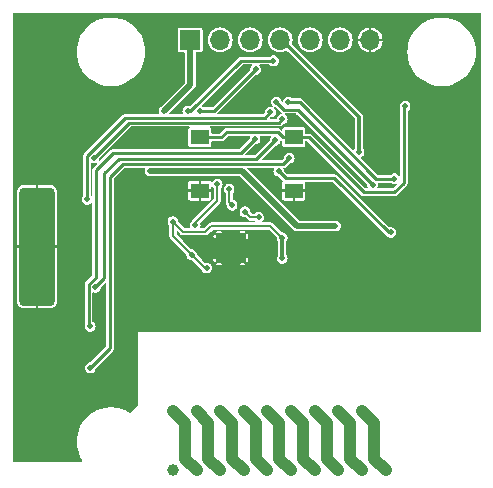
<source format=gbr>
%TF.GenerationSoftware,KiCad,Pcbnew,8.0.4-8.0.4-0~ubuntu22.04.1*%
%TF.CreationDate,2024-08-23T19:00:27-03:00*%
%TF.ProjectId,Anteres-Receiver,416e7465-7265-4732-9d52-656365697665,1.0.0*%
%TF.SameCoordinates,Original*%
%TF.FileFunction,Copper,L2,Bot*%
%TF.FilePolarity,Positive*%
%FSLAX46Y46*%
G04 Gerber Fmt 4.6, Leading zero omitted, Abs format (unit mm)*
G04 Created by KiCad (PCBNEW 8.0.4-8.0.4-0~ubuntu22.04.1) date 2024-08-23 19:00:27*
%MOMM*%
%LPD*%
G01*
G04 APERTURE LIST*
G04 Aperture macros list*
%AMRoundRect*
0 Rectangle with rounded corners*
0 $1 Rounding radius*
0 $2 $3 $4 $5 $6 $7 $8 $9 X,Y pos of 4 corners*
0 Add a 4 corners polygon primitive as box body*
4,1,4,$2,$3,$4,$5,$6,$7,$8,$9,$2,$3,0*
0 Add four circle primitives for the rounded corners*
1,1,$1+$1,$2,$3*
1,1,$1+$1,$4,$5*
1,1,$1+$1,$6,$7*
1,1,$1+$1,$8,$9*
0 Add four rect primitives between the rounded corners*
20,1,$1+$1,$2,$3,$4,$5,0*
20,1,$1+$1,$4,$5,$6,$7,0*
20,1,$1+$1,$6,$7,$8,$9,0*
20,1,$1+$1,$8,$9,$2,$3,0*%
G04 Aperture macros list end*
%TA.AperFunction,EtchedComponent*%
%ADD10C,1.000000*%
%TD*%
%TA.AperFunction,ComponentPad*%
%ADD11C,1.000000*%
%TD*%
%TA.AperFunction,SMDPad,CuDef*%
%ADD12R,1.550000X1.300000*%
%TD*%
%TA.AperFunction,HeatsinkPad*%
%ADD13C,0.500000*%
%TD*%
%TA.AperFunction,HeatsinkPad*%
%ADD14R,2.500000X2.500000*%
%TD*%
%TA.AperFunction,SMDPad,CuDef*%
%ADD15RoundRect,0.375000X1.125000X-4.625000X1.125000X4.625000X-1.125000X4.625000X-1.125000X-4.625000X0*%
%TD*%
%TA.AperFunction,ComponentPad*%
%ADD16R,1.700000X1.700000*%
%TD*%
%TA.AperFunction,ComponentPad*%
%ADD17O,1.700000X1.700000*%
%TD*%
%TA.AperFunction,ViaPad*%
%ADD18C,0.500000*%
%TD*%
%TA.AperFunction,Conductor*%
%ADD19C,0.200000*%
%TD*%
%TA.AperFunction,Conductor*%
%ADD20C,0.250000*%
%TD*%
%TA.AperFunction,Conductor*%
%ADD21C,0.500000*%
%TD*%
%TA.AperFunction,Conductor*%
%ADD22C,0.300000*%
%TD*%
G04 APERTURE END LIST*
D10*
%TO.C,AE401*%
X171750000Y-118950000D02*
X170750000Y-117950000D01*
X170750000Y-117950000D02*
X170750000Y-114950000D01*
X170750000Y-114950000D02*
X169750000Y-113950000D01*
X169750000Y-118950000D02*
X168750000Y-117950000D01*
X168750000Y-117950000D02*
X168750000Y-114950000D01*
X168750000Y-114950000D02*
X167750000Y-113950000D01*
X167750000Y-118950000D02*
X166750000Y-117950000D01*
X166750000Y-117950000D02*
X166750000Y-114950000D01*
X166750000Y-114950000D02*
X165750000Y-113950000D01*
X165750000Y-118950000D02*
X164750000Y-117950000D01*
X164750000Y-117950000D02*
X164750000Y-114950000D01*
X164750000Y-114950000D02*
X163750000Y-113950000D01*
X163750000Y-118950000D02*
X162750000Y-117950000D01*
X162750000Y-117950000D02*
X162750000Y-114950000D01*
X162750000Y-114950000D02*
X161750000Y-113950000D01*
X161750000Y-118950000D02*
X160750000Y-117950000D01*
X160750000Y-117950000D02*
X160750000Y-114950000D01*
X160750000Y-114950000D02*
X159750000Y-113950000D01*
X159750000Y-118950000D02*
X158750000Y-117950000D01*
X158750000Y-117950000D02*
X158750000Y-114950000D01*
X158750000Y-114950000D02*
X157750000Y-113950000D01*
X157750000Y-118950000D02*
X156750000Y-117950000D01*
X156750000Y-117950000D02*
X156750000Y-114950000D01*
X156750000Y-114950000D02*
X155750000Y-113950000D01*
X155750000Y-118950000D02*
X154750000Y-117950000D01*
X154750000Y-117950000D02*
X154750000Y-114950000D01*
X154750000Y-114950000D02*
X153750000Y-113950000D01*
%TD*%
D11*
%TO.P,AE401,*%
%TO.N,*%
X171750000Y-118950000D03*
X169750000Y-118950000D03*
X169750000Y-113950000D03*
X167750000Y-118950000D03*
X167750000Y-113950000D03*
X165750000Y-118950000D03*
X165750000Y-113950000D03*
X163750000Y-118950000D03*
X163750000Y-113950000D03*
X161750000Y-118950000D03*
X161750000Y-113950000D03*
X159750000Y-118950000D03*
X159750000Y-113950000D03*
X157750000Y-118950000D03*
X157750000Y-113950000D03*
X155750000Y-118950000D03*
X155750000Y-113950000D03*
X153750000Y-118950000D03*
X153750000Y-113950000D03*
%TD*%
D12*
%TO.P,SW201,2,B*%
%TO.N,GND*%
X156025000Y-95250000D03*
X163975000Y-95250000D03*
%TO.P,SW201,1,A*%
%TO.N,Net-(SW201-A)*%
X156025000Y-90750000D03*
X163975000Y-90750000D03*
%TD*%
D13*
%TO.P,U401,21,PAD*%
%TO.N,GND*%
X159625000Y-99125000D03*
X157625000Y-99125000D03*
D14*
X158625000Y-100125000D03*
D13*
X159625000Y-101125000D03*
X157625000Y-101125000D03*
%TD*%
D15*
%TO.P,J301,MP,MountPin*%
%TO.N,GND*%
X142250000Y-100000000D03*
%TD*%
D16*
%TO.P,J501,1,Pin_1*%
%TO.N,+3V3*%
X155210000Y-82500000D03*
D17*
%TO.P,J501,2,Pin_2*%
%TO.N,/Debugging/TX*%
X157750000Y-82500000D03*
%TO.P,J501,3,Pin_3*%
%TO.N,/Debugging/RX*%
X160289999Y-82500000D03*
%TO.P,J501,4,Pin_4*%
%TO.N,/Debugging/~{RST}*%
X162830000Y-82500000D03*
%TO.P,J501,5,Pin_5*%
%TO.N,/Debugging/SWDIO*%
X165370000Y-82500000D03*
%TO.P,J501,6,Pin_6*%
%TO.N,/Debugging/SWCLK*%
X167910000Y-82500000D03*
%TO.P,J501,7,Pin_7*%
%TO.N,GND*%
X170450000Y-82500000D03*
%TD*%
D18*
%TO.N,GND*%
X179500000Y-86500000D03*
X179500000Y-88200000D03*
X179400000Y-90600000D03*
X179500000Y-92300000D03*
X179400000Y-93800000D03*
X179500000Y-101700000D03*
X179500000Y-97800000D03*
X177900000Y-104400000D03*
X179400000Y-106100000D03*
X179200000Y-106900000D03*
X178100000Y-106900000D03*
X177000000Y-106900000D03*
X176000000Y-106900000D03*
X175100000Y-106900000D03*
X154200000Y-106900000D03*
X153200000Y-106900000D03*
X152200000Y-106900000D03*
X151200000Y-106800000D03*
X150000000Y-113500000D03*
X144700000Y-117900000D03*
X141600000Y-117900000D03*
X146200000Y-80600000D03*
X153800000Y-80700000D03*
X172900000Y-80600000D03*
X179300000Y-80800000D03*
X176500000Y-87500000D03*
X171700000Y-91600000D03*
X171900000Y-86400000D03*
X152900000Y-85800000D03*
X149500000Y-88300000D03*
X147200000Y-90300000D03*
X149300000Y-91400000D03*
X151500000Y-90300000D03*
X154200000Y-90200000D03*
X154300000Y-91500000D03*
X159200000Y-91000000D03*
X162300000Y-92000000D03*
X163800000Y-93400000D03*
%TO.N,Net-(SW201-A)*%
X173400000Y-88100000D03*
%TO.N,/MCU/PS2_SCK*%
X160700000Y-90900000D03*
%TO.N,/MCU/PS2_ATT*%
X162400000Y-91000000D03*
%TO.N,GND*%
X163100000Y-85700000D03*
X168800000Y-90900000D03*
X166500000Y-99400000D03*
X165700000Y-99400000D03*
X162400000Y-105000000D03*
X160700000Y-105100000D03*
X159000000Y-105200000D03*
X157300000Y-105200000D03*
X172000000Y-99700000D03*
X171300000Y-99700000D03*
X170400000Y-99700000D03*
X169600000Y-99700000D03*
X168600000Y-99700000D03*
X167400000Y-99700000D03*
X167200000Y-100300000D03*
X168400000Y-100300000D03*
X169100000Y-100300000D03*
X170800000Y-100400000D03*
X169900000Y-100400000D03*
X169800000Y-101000000D03*
X169000000Y-101000000D03*
X168200000Y-101000000D03*
X167500000Y-101000000D03*
X171500000Y-100400000D03*
X172300000Y-100400000D03*
X173300000Y-100800000D03*
X173200000Y-105700000D03*
X173200000Y-105000000D03*
X173200000Y-104100000D03*
X173200000Y-103300000D03*
X173200000Y-102500000D03*
X173300000Y-101700000D03*
X173800000Y-101200000D03*
X174000000Y-102000000D03*
X174000000Y-103000000D03*
X174000000Y-105200000D03*
X174000000Y-104200000D03*
X174000000Y-105900000D03*
X173500000Y-106500000D03*
X174200000Y-106800000D03*
X172900000Y-107000000D03*
X168800000Y-105900000D03*
X168100000Y-106900000D03*
X169100000Y-106900000D03*
X170100000Y-107000000D03*
X170900000Y-107000000D03*
X169800000Y-106000000D03*
X169600000Y-105000000D03*
X168500000Y-104700000D03*
X168500000Y-102900000D03*
X167000000Y-102900000D03*
X160600000Y-102600000D03*
X159600000Y-103000000D03*
X162200000Y-102800000D03*
X164000000Y-102700000D03*
X164800000Y-102700000D03*
X165500000Y-103100000D03*
X164000000Y-104400000D03*
X165500000Y-104400000D03*
X167800000Y-105400000D03*
X165600000Y-105600000D03*
X164000000Y-105600000D03*
X167400000Y-106200000D03*
X167000000Y-107000000D03*
X165600002Y-107000000D03*
X160800000Y-107000000D03*
X161800000Y-107000000D03*
X159800002Y-107000000D03*
X158800000Y-107000000D03*
X157800000Y-107000000D03*
X156800002Y-107000000D03*
X156000000Y-107000000D03*
X155400000Y-106600000D03*
X155400000Y-105800000D03*
X154800000Y-105200000D03*
X152800000Y-104800000D03*
X153800000Y-103800000D03*
X156000000Y-102400000D03*
X169200000Y-83200000D03*
X169200000Y-81600000D03*
X171400000Y-83800000D03*
X178800000Y-88800000D03*
X177200000Y-90200000D03*
X154800000Y-103600000D03*
X155400000Y-102800000D03*
X159000000Y-103600000D03*
X160600000Y-103400000D03*
X161400000Y-103200000D03*
X163200000Y-102600000D03*
X165000000Y-102000000D03*
X165000000Y-100800000D03*
X165000000Y-100000000D03*
X161800000Y-97600000D03*
X158000000Y-96750000D03*
X156563909Y-97813909D03*
X174250000Y-95500000D03*
X174250000Y-94250000D03*
X176250000Y-94000000D03*
X178000000Y-94000000D03*
X177750000Y-97000000D03*
X179250000Y-97000000D03*
X170006493Y-95975000D03*
X165100000Y-93200000D03*
X165700000Y-92600000D03*
X152500000Y-84750000D03*
X152250000Y-81000000D03*
X150000000Y-107750000D03*
X149500000Y-101500000D03*
X150000000Y-99250000D03*
X151944951Y-94297833D03*
X145500000Y-98250000D03*
X150000000Y-102500000D03*
X142500000Y-90000000D03*
X145500000Y-94750000D03*
X142750000Y-81500000D03*
X149000000Y-95000000D03*
X142250000Y-106000000D03*
X145000000Y-86500000D03*
X151250000Y-95750000D03*
X150000000Y-106000000D03*
X150000000Y-109500000D03*
X152500000Y-100750000D03*
X150000000Y-111250000D03*
X154000000Y-88500000D03*
X142250000Y-109750000D03*
X150000000Y-104500000D03*
X154750000Y-95500000D03*
X142250000Y-94000000D03*
X142500000Y-86000000D03*
X145500000Y-105250000D03*
X145500000Y-101750000D03*
X154800000Y-104400000D03*
%TO.N,+3V3*%
X153750000Y-97875000D03*
X151799998Y-93575000D03*
X163000000Y-99250000D03*
X163000000Y-101000000D03*
X156600000Y-101800000D03*
X155347507Y-100675000D03*
X167500000Y-98250000D03*
X153000000Y-88500000D03*
%TO.N,/MCU/PS2_ACK*%
X146750000Y-110250000D03*
X163600000Y-92500000D03*
%TO.N,/MCU/PS2_SCK*%
X146750000Y-106750000D03*
%TO.N,/MCU/PS2_ATT*%
X147175000Y-103458463D03*
%TO.N,/MCU/PS2_CMD*%
X162000000Y-88600000D03*
X146500000Y-96000000D03*
%TO.N,/MCU/PS2_DATA*%
X147059287Y-92500000D03*
X163000000Y-89200000D03*
%TO.N,/Debugging/~{RST}*%
X169500000Y-92000000D03*
%TO.N,/Debugging/DBG_SWCLK*%
X162250000Y-84250000D03*
X154999998Y-88525000D03*
%TO.N,/MCU/LED_B (TIM3_CH3)*%
X172500000Y-94250000D03*
X163500000Y-87750020D03*
%TO.N,/MCU/LED_G (TIM3_CH4)*%
X162500000Y-87750000D03*
X170646405Y-94741057D03*
%TO.N,/MCU/LED_R (TIM3_CH1)*%
X162700000Y-93600000D03*
X172200000Y-98800000D03*
%TO.N,/Debugging/DBG_SWDIO*%
X160750000Y-85000000D03*
X156000000Y-88525000D03*
%TO.N,/MCU/CC1101_GDO2*%
X158500422Y-95105230D03*
X158750000Y-96500014D03*
%TO.N,/MCU/CC1101_SCK*%
X161000000Y-97500000D03*
X159846907Y-97036075D03*
%TO.N,/MCU/CC1101_GDO0*%
X155642136Y-98200000D03*
X157500000Y-94700006D03*
%TD*%
D19*
%TO.N,/MCU/CC1101_GDO0*%
X155642136Y-98200000D02*
X155642136Y-97957864D01*
X155642136Y-97957864D02*
X157500000Y-96100000D01*
X157500000Y-96100000D02*
X157500000Y-94700006D01*
D20*
%TO.N,/MCU/PS2_SCK*%
X160700000Y-90900000D02*
X159500000Y-92100000D01*
X159500000Y-92100000D02*
X148650000Y-92100000D01*
X148650000Y-92100000D02*
X147250000Y-93500000D01*
X147250000Y-93500000D02*
X147250000Y-102570290D01*
X147250000Y-102570290D02*
X146600000Y-103220290D01*
X146600000Y-103220290D02*
X146600000Y-106600000D01*
X146600000Y-106600000D02*
X146750000Y-106750000D01*
%TO.N,/MCU/PS2_ATT*%
X162400000Y-91000000D02*
X160800000Y-92600000D01*
X160800000Y-92600000D02*
X149150000Y-92600000D01*
X147950000Y-102683463D02*
X147175000Y-103458463D01*
X149150000Y-92600000D02*
X147950000Y-93800000D01*
X147950000Y-93800000D02*
X147950000Y-102683463D01*
%TO.N,/MCU/PS2_ACK*%
X146750000Y-110250000D02*
X148400000Y-108600000D01*
D21*
%TO.N,+3V3*%
X159600000Y-93600000D02*
X151824998Y-93600000D01*
X167500000Y-98250000D02*
X164250000Y-98250000D01*
D20*
%TO.N,/MCU/PS2_ACK*%
X148400000Y-94100000D02*
X149500000Y-93000000D01*
X148400000Y-108600000D02*
X148400000Y-94100000D01*
D21*
%TO.N,+3V3*%
X164250000Y-98250000D02*
X159600000Y-93600000D01*
X151824998Y-93600000D02*
X151799998Y-93575000D01*
D20*
%TO.N,/MCU/PS2_ACK*%
X149500000Y-93000000D02*
X163100000Y-93000000D01*
X163100000Y-93000000D02*
X163600000Y-92500000D01*
%TO.N,Net-(SW201-A)*%
X163975000Y-90750000D02*
X163050000Y-90750000D01*
X163050000Y-90750000D02*
X162600000Y-90300000D01*
X162600000Y-90300000D02*
X158300000Y-90300000D01*
X158300000Y-90300000D02*
X157850000Y-90750000D01*
X157850000Y-90750000D02*
X156025000Y-90750000D01*
%TO.N,/MCU/LED_R (TIM3_CH1)*%
X167418320Y-94200000D02*
X163300000Y-94200000D01*
%TO.N,/MCU/LED_G (TIM3_CH4)*%
X164303900Y-88398552D02*
X170646405Y-94741057D01*
%TO.N,Net-(SW201-A)*%
X172500000Y-95400000D02*
X173300000Y-94600000D01*
%TO.N,/MCU/LED_R (TIM3_CH1)*%
X172018320Y-98800000D02*
X167418320Y-94200000D01*
%TO.N,/MCU/LED_G (TIM3_CH4)*%
X162500000Y-87750000D02*
X163148552Y-88398552D01*
%TO.N,/MCU/LED_B (TIM3_CH3)*%
X164468541Y-87750020D02*
X163500000Y-87750020D01*
%TO.N,Net-(SW201-A)*%
X173300000Y-88200000D02*
X173400000Y-88100000D01*
%TO.N,/MCU/LED_B (TIM3_CH3)*%
X170968521Y-94250000D02*
X164468541Y-87750020D01*
X172500000Y-94250000D02*
X170968521Y-94250000D01*
%TO.N,/MCU/LED_G (TIM3_CH4)*%
X163148552Y-88398552D02*
X164303900Y-88398552D01*
%TO.N,/MCU/LED_R (TIM3_CH1)*%
X163300000Y-94200000D02*
X162700000Y-93600000D01*
X172200000Y-98800000D02*
X172018320Y-98800000D01*
%TO.N,Net-(SW201-A)*%
X163975000Y-90750000D02*
X165250000Y-90750000D01*
X165250000Y-90750000D02*
X169900000Y-95400000D01*
X169900000Y-95400000D02*
X172500000Y-95400000D01*
X173300000Y-94600000D02*
X173300000Y-88200000D01*
%TO.N,/MCU/PS2_DATA*%
X162700002Y-89499998D02*
X163000000Y-89200000D01*
X150059289Y-89499998D02*
X162700002Y-89499998D01*
X147059287Y-92500000D02*
X150059289Y-89499998D01*
%TO.N,/MCU/PS2_CMD*%
X161500000Y-89100000D02*
X162000000Y-88600000D01*
X149697918Y-89100000D02*
X161500000Y-89100000D01*
X146500000Y-96000000D02*
X146500000Y-92297918D01*
X146500000Y-92297918D02*
X149697918Y-89100000D01*
%TO.N,/Debugging/DBG_SWCLK*%
X159499999Y-84250000D02*
X155224999Y-88525000D01*
X162250000Y-84250000D02*
X159499999Y-84250000D01*
%TO.N,/Debugging/DBG_SWDIO*%
X157225000Y-88525000D02*
X156000000Y-88525000D01*
X160750000Y-85000000D02*
X157225000Y-88525000D01*
%TO.N,/Debugging/DBG_SWCLK*%
X155224999Y-88525000D02*
X154999998Y-88525000D01*
D19*
%TO.N,+3V3*%
X155347507Y-100675000D02*
X156472507Y-101800000D01*
X156472507Y-101800000D02*
X156600000Y-101800000D01*
D21*
X155210000Y-86290000D02*
X153000000Y-88500000D01*
X155210000Y-82500000D02*
X155210000Y-86290000D01*
D22*
X163000000Y-101000000D02*
X163000000Y-99250000D01*
D19*
X153750000Y-99077493D02*
X153750000Y-97875000D01*
X163000000Y-99250000D02*
X162000000Y-98250000D01*
X162000000Y-98250000D02*
X157000000Y-98250000D01*
X157000000Y-98250000D02*
X156500000Y-98750000D01*
X156500000Y-98750000D02*
X154625000Y-98750000D01*
X154625000Y-98750000D02*
X153750000Y-97875000D01*
X155347507Y-100675000D02*
X153750000Y-99077493D01*
D22*
%TO.N,/Debugging/~{RST}*%
X169500000Y-89000000D02*
X163000000Y-82500000D01*
X169500000Y-92000000D02*
X169500000Y-89000000D01*
X163000000Y-82500000D02*
X162830000Y-82500000D01*
D19*
%TO.N,/MCU/CC1101_GDO2*%
X158500422Y-96250436D02*
X158750000Y-96500014D01*
X158500422Y-95105230D02*
X158500422Y-96250436D01*
%TO.N,/MCU/CC1101_SCK*%
X160310832Y-97500000D02*
X159846907Y-97036075D01*
X161000000Y-97500000D02*
X160310832Y-97500000D01*
%TD*%
%TA.AperFunction,Conductor*%
%TO.N,GND*%
G36*
X155173048Y-89839850D02*
G01*
X155187400Y-89874498D01*
X155173048Y-89909146D01*
X155165623Y-89915240D01*
X155105447Y-89955447D01*
X155061133Y-90021769D01*
X155049500Y-90080252D01*
X155049500Y-91419748D01*
X155061133Y-91478231D01*
X155078882Y-91504795D01*
X155105447Y-91544552D01*
X155132012Y-91562301D01*
X155171769Y-91588867D01*
X155230252Y-91600500D01*
X155230255Y-91600500D01*
X156819745Y-91600500D01*
X156819748Y-91600500D01*
X156878231Y-91588867D01*
X156944552Y-91544552D01*
X156988867Y-91478231D01*
X157000500Y-91419748D01*
X157000500Y-91124500D01*
X157014852Y-91089852D01*
X157049500Y-91075500D01*
X157892856Y-91075500D01*
X157892856Y-91075499D01*
X157975639Y-91053318D01*
X158049862Y-91010465D01*
X158420475Y-90639852D01*
X158455123Y-90625500D01*
X160253859Y-90625500D01*
X160288507Y-90639852D01*
X160302859Y-90674500D01*
X160298431Y-90694856D01*
X160263303Y-90771772D01*
X160263303Y-90771773D01*
X160248060Y-90877790D01*
X160234207Y-90905464D01*
X159379525Y-91760148D01*
X159344877Y-91774500D01*
X148607144Y-91774500D01*
X148524362Y-91796681D01*
X148524359Y-91796682D01*
X148450137Y-91839535D01*
X147548945Y-92740727D01*
X147514297Y-92755079D01*
X147479649Y-92740727D01*
X147465297Y-92706079D01*
X147469724Y-92685725D01*
X147495984Y-92628226D01*
X147495984Y-92628224D01*
X147495985Y-92628223D01*
X147511226Y-92522208D01*
X147525077Y-92494535D01*
X150179763Y-89839850D01*
X150214411Y-89825498D01*
X155138400Y-89825498D01*
X155173048Y-89839850D01*
G37*
%TD.AperFunction*%
%TA.AperFunction,Conductor*%
G36*
X179785148Y-80214852D02*
G01*
X179799500Y-80249500D01*
X179799500Y-107201000D01*
X179785148Y-107235648D01*
X179750500Y-107250000D01*
X150750000Y-107250000D01*
X150750000Y-113479703D01*
X150735648Y-113514351D01*
X150170021Y-114079976D01*
X150135373Y-114094328D01*
X150108447Y-114086267D01*
X149965686Y-113992372D01*
X149952708Y-113983836D01*
X149885335Y-113950000D01*
X149650779Y-113832201D01*
X149333292Y-113716645D01*
X149333287Y-113716643D01*
X149333283Y-113716642D01*
X149215052Y-113688620D01*
X149004526Y-113638725D01*
X149004523Y-113638724D01*
X148860697Y-113621913D01*
X148668935Y-113599500D01*
X148331065Y-113599500D01*
X148163272Y-113619112D01*
X147995476Y-113638724D01*
X147995473Y-113638725D01*
X147666717Y-113716642D01*
X147666707Y-113716645D01*
X147349220Y-113832201D01*
X147047295Y-113983834D01*
X147047290Y-113983837D01*
X146765003Y-114169500D01*
X146506182Y-114386677D01*
X146274324Y-114632431D01*
X146072557Y-114903452D01*
X145903628Y-115196045D01*
X145903624Y-115196054D01*
X145769800Y-115506293D01*
X145672899Y-115829969D01*
X145614228Y-116162705D01*
X145594584Y-116499997D01*
X145594584Y-116500002D01*
X145614228Y-116837294D01*
X145672899Y-117170030D01*
X145769800Y-117493706D01*
X145769801Y-117493709D01*
X145769802Y-117493711D01*
X145903625Y-117803948D01*
X146072560Y-118096552D01*
X146081792Y-118108953D01*
X146090971Y-118145315D01*
X146077137Y-118172861D01*
X146014352Y-118235648D01*
X145979704Y-118250000D01*
X140249500Y-118250000D01*
X140214852Y-118235648D01*
X140200500Y-118201000D01*
X140200500Y-104662687D01*
X140550000Y-104662687D01*
X140564799Y-104775104D01*
X140622735Y-104914976D01*
X140622738Y-104914981D01*
X140714904Y-105035094D01*
X140714905Y-105035095D01*
X140835018Y-105127261D01*
X140835023Y-105127264D01*
X140974895Y-105185200D01*
X141087312Y-105200000D01*
X142150000Y-105200000D01*
X142350000Y-105200000D01*
X143412687Y-105200000D01*
X143525104Y-105185200D01*
X143664976Y-105127264D01*
X143664981Y-105127261D01*
X143785094Y-105035095D01*
X143785095Y-105035094D01*
X143877261Y-104914981D01*
X143877264Y-104914976D01*
X143935200Y-104775104D01*
X143950000Y-104662687D01*
X143950000Y-100100000D01*
X142350000Y-100100000D01*
X142350000Y-105200000D01*
X142150000Y-105200000D01*
X142150000Y-100100000D01*
X140550000Y-100100000D01*
X140550000Y-104662687D01*
X140200500Y-104662687D01*
X140200500Y-95337312D01*
X140550000Y-95337312D01*
X140550000Y-99900000D01*
X142150000Y-99900000D01*
X142350000Y-99900000D01*
X143950000Y-99900000D01*
X143950000Y-95999997D01*
X146044867Y-95999997D01*
X146044867Y-96000002D01*
X146063301Y-96128223D01*
X146103383Y-96215989D01*
X146117118Y-96246063D01*
X146201951Y-96343967D01*
X146310931Y-96414004D01*
X146380093Y-96434311D01*
X146435223Y-96450499D01*
X146435228Y-96450500D01*
X146564772Y-96450500D01*
X146564776Y-96450499D01*
X146585324Y-96444465D01*
X146689069Y-96414004D01*
X146798049Y-96343967D01*
X146838468Y-96297319D01*
X146872004Y-96280533D01*
X146907588Y-96292376D01*
X146924375Y-96325912D01*
X146924500Y-96329408D01*
X146924500Y-102415167D01*
X146910148Y-102449815D01*
X146339536Y-103020427D01*
X146339535Y-103020427D01*
X146296682Y-103094649D01*
X146295013Y-103100881D01*
X146295012Y-103100880D01*
X146295012Y-103100884D01*
X146274500Y-103177434D01*
X146274500Y-106642856D01*
X146295178Y-106720030D01*
X146296350Y-106739683D01*
X146294868Y-106749997D01*
X146294867Y-106750001D01*
X146294867Y-106750002D01*
X146313301Y-106878223D01*
X146367118Y-106996063D01*
X146451951Y-107093967D01*
X146560931Y-107164004D01*
X146630093Y-107184311D01*
X146685223Y-107200499D01*
X146685228Y-107200500D01*
X146814772Y-107200500D01*
X146814776Y-107200499D01*
X146835324Y-107194465D01*
X146939069Y-107164004D01*
X147048049Y-107093967D01*
X147132882Y-106996063D01*
X147186697Y-106878226D01*
X147186697Y-106878224D01*
X147186698Y-106878223D01*
X147205133Y-106750002D01*
X147205133Y-106749997D01*
X147186698Y-106621776D01*
X147157182Y-106557147D01*
X147132882Y-106503937D01*
X147119810Y-106488850D01*
X147048048Y-106406031D01*
X147048046Y-106406029D01*
X146948009Y-106341740D01*
X146926620Y-106310935D01*
X146925500Y-106300519D01*
X146925500Y-103920179D01*
X146939852Y-103885531D01*
X146974500Y-103871179D01*
X146988305Y-103873164D01*
X147110223Y-103908962D01*
X147110228Y-103908963D01*
X147239772Y-103908963D01*
X147239776Y-103908962D01*
X147260324Y-103902928D01*
X147364069Y-103872467D01*
X147473049Y-103802430D01*
X147557882Y-103704526D01*
X147611697Y-103586689D01*
X147611697Y-103586687D01*
X147611698Y-103586686D01*
X147626939Y-103480670D01*
X147640790Y-103452997D01*
X147990853Y-103102935D01*
X148025500Y-103088584D01*
X148060148Y-103102936D01*
X148074500Y-103137584D01*
X148074500Y-108444877D01*
X148060148Y-108479525D01*
X146754525Y-109785148D01*
X146719877Y-109799500D01*
X146685223Y-109799500D01*
X146560933Y-109835995D01*
X146451950Y-109906033D01*
X146367119Y-110003936D01*
X146367118Y-110003936D01*
X146313301Y-110121776D01*
X146294867Y-110249997D01*
X146294867Y-110250002D01*
X146313301Y-110378223D01*
X146367118Y-110496063D01*
X146451951Y-110593967D01*
X146560931Y-110664004D01*
X146630093Y-110684311D01*
X146685223Y-110700499D01*
X146685228Y-110700500D01*
X146814772Y-110700500D01*
X146814776Y-110700499D01*
X146835324Y-110694465D01*
X146939069Y-110664004D01*
X147048049Y-110593967D01*
X147132882Y-110496063D01*
X147186697Y-110378226D01*
X147186697Y-110378224D01*
X147186698Y-110378223D01*
X147201939Y-110272208D01*
X147215790Y-110244535D01*
X148660465Y-108799862D01*
X148703317Y-108725639D01*
X148703318Y-108725638D01*
X148725499Y-108642856D01*
X148725500Y-108642856D01*
X148725500Y-97874997D01*
X153294867Y-97874997D01*
X153294867Y-97875002D01*
X153313301Y-98003223D01*
X153344608Y-98071774D01*
X153367118Y-98121063D01*
X153437532Y-98202326D01*
X153449500Y-98234413D01*
X153449500Y-99117056D01*
X153469978Y-99193480D01*
X153469979Y-99193484D01*
X153502609Y-99249998D01*
X153502609Y-99249999D01*
X153504390Y-99253084D01*
X153509540Y-99262004D01*
X153509543Y-99262007D01*
X154878821Y-100631285D01*
X154893173Y-100665933D01*
X154892675Y-100672899D01*
X154892374Y-100674994D01*
X154892374Y-100675000D01*
X154910808Y-100803223D01*
X154942115Y-100871774D01*
X154964625Y-100921063D01*
X155049458Y-101018967D01*
X155158438Y-101089004D01*
X155213288Y-101105109D01*
X155282730Y-101125499D01*
X155282735Y-101125500D01*
X155352740Y-101125500D01*
X155387388Y-101139852D01*
X156149678Y-101902142D01*
X156161220Y-101925188D01*
X156162317Y-101924867D01*
X156163303Y-101928226D01*
X156217118Y-102046063D01*
X156301951Y-102143967D01*
X156410931Y-102214004D01*
X156480093Y-102234311D01*
X156535223Y-102250499D01*
X156535228Y-102250500D01*
X156664772Y-102250500D01*
X156664776Y-102250499D01*
X156685324Y-102244465D01*
X156789069Y-102214004D01*
X156898049Y-102143967D01*
X156982882Y-102046063D01*
X157036697Y-101928226D01*
X157036697Y-101928224D01*
X157036698Y-101928223D01*
X157055133Y-101800002D01*
X157055133Y-101799997D01*
X157036698Y-101671776D01*
X156992501Y-101575000D01*
X156982882Y-101553937D01*
X156941316Y-101505967D01*
X157385453Y-101505967D01*
X157436141Y-101538543D01*
X157560298Y-101574999D01*
X157560305Y-101575000D01*
X157689695Y-101575000D01*
X157689701Y-101574999D01*
X157813858Y-101538543D01*
X157864546Y-101505967D01*
X159385453Y-101505967D01*
X159436141Y-101538543D01*
X159560298Y-101574999D01*
X159560305Y-101575000D01*
X159689695Y-101575000D01*
X159689701Y-101574999D01*
X159813858Y-101538543D01*
X159864546Y-101505967D01*
X159625000Y-101266421D01*
X159385453Y-101505967D01*
X157864546Y-101505967D01*
X157625000Y-101266421D01*
X157385453Y-101505967D01*
X156941316Y-101505967D01*
X156898049Y-101456033D01*
X156789069Y-101385996D01*
X156789066Y-101385995D01*
X156664776Y-101349500D01*
X156664772Y-101349500D01*
X156535228Y-101349500D01*
X156535221Y-101349500D01*
X156494902Y-101361339D01*
X156457614Y-101357330D01*
X156446450Y-101348972D01*
X156222476Y-101124998D01*
X157170373Y-101124998D01*
X157170373Y-101125001D01*
X157188789Y-101253084D01*
X157241052Y-101367526D01*
X157483579Y-101125000D01*
X157483579Y-101124999D01*
X157463689Y-101105109D01*
X157525000Y-101105109D01*
X157525000Y-101144891D01*
X157540224Y-101181645D01*
X157568355Y-101209776D01*
X157605109Y-101225000D01*
X157644891Y-101225000D01*
X157681645Y-101209776D01*
X157709776Y-101181645D01*
X157725000Y-101144891D01*
X157725000Y-101124999D01*
X157766421Y-101124999D01*
X157766421Y-101125000D01*
X158008946Y-101367525D01*
X158061210Y-101253084D01*
X158079627Y-101125001D01*
X158079627Y-101124998D01*
X159170373Y-101124998D01*
X159170373Y-101125001D01*
X159188789Y-101253084D01*
X159241052Y-101367526D01*
X159483579Y-101125000D01*
X159483579Y-101124999D01*
X159463689Y-101105109D01*
X159525000Y-101105109D01*
X159525000Y-101144891D01*
X159540224Y-101181645D01*
X159568355Y-101209776D01*
X159605109Y-101225000D01*
X159644891Y-101225000D01*
X159681645Y-101209776D01*
X159709776Y-101181645D01*
X159725000Y-101144891D01*
X159725000Y-101124999D01*
X159766421Y-101124999D01*
X159766421Y-101125000D01*
X160008946Y-101367525D01*
X160061210Y-101253084D01*
X160079627Y-101125001D01*
X160079627Y-101124998D01*
X160061210Y-100996915D01*
X160008946Y-100882473D01*
X159766421Y-101124999D01*
X159725000Y-101124999D01*
X159725000Y-101105109D01*
X159709776Y-101068355D01*
X159681645Y-101040224D01*
X159644891Y-101025000D01*
X159605109Y-101025000D01*
X159568355Y-101040224D01*
X159540224Y-101068355D01*
X159525000Y-101105109D01*
X159463689Y-101105109D01*
X159241052Y-100882472D01*
X159241051Y-100882472D01*
X159188789Y-100996915D01*
X159170373Y-101124998D01*
X158079627Y-101124998D01*
X158061210Y-100996915D01*
X158008946Y-100882473D01*
X157766421Y-101124999D01*
X157725000Y-101124999D01*
X157725000Y-101105109D01*
X157709776Y-101068355D01*
X157681645Y-101040224D01*
X157644891Y-101025000D01*
X157605109Y-101025000D01*
X157568355Y-101040224D01*
X157540224Y-101068355D01*
X157525000Y-101105109D01*
X157463689Y-101105109D01*
X157241052Y-100882472D01*
X157241051Y-100882472D01*
X157188789Y-100996915D01*
X157170373Y-101124998D01*
X156222476Y-101124998D01*
X155841510Y-100744032D01*
X157385453Y-100744032D01*
X157625000Y-100983579D01*
X157625001Y-100983579D01*
X157864546Y-100744032D01*
X159385453Y-100744032D01*
X159625000Y-100983579D01*
X159625001Y-100983579D01*
X159864546Y-100744032D01*
X159864545Y-100744031D01*
X159813857Y-100711455D01*
X159689701Y-100675000D01*
X159560298Y-100675000D01*
X159436143Y-100711455D01*
X159385453Y-100744032D01*
X157864546Y-100744032D01*
X157864545Y-100744031D01*
X157813857Y-100711455D01*
X157689701Y-100675000D01*
X157560298Y-100675000D01*
X157436143Y-100711455D01*
X157385453Y-100744032D01*
X155841510Y-100744032D01*
X155816192Y-100718714D01*
X155801840Y-100684066D01*
X155802338Y-100677097D01*
X155802640Y-100675000D01*
X155794456Y-100618081D01*
X155784205Y-100546776D01*
X155776804Y-100530572D01*
X155730389Y-100428937D01*
X155645556Y-100331033D01*
X155536576Y-100260996D01*
X155536573Y-100260995D01*
X155412283Y-100224500D01*
X155412279Y-100224500D01*
X155342274Y-100224500D01*
X155307626Y-100210148D01*
X154603445Y-99505967D01*
X157385453Y-99505967D01*
X157436141Y-99538543D01*
X157560298Y-99574999D01*
X157560305Y-99575000D01*
X157689695Y-99575000D01*
X157689701Y-99574999D01*
X157813858Y-99538543D01*
X157864546Y-99505967D01*
X159385452Y-99505967D01*
X159436141Y-99538543D01*
X159560298Y-99574999D01*
X159560305Y-99575000D01*
X159689695Y-99575000D01*
X159689701Y-99574999D01*
X159813858Y-99538543D01*
X159864546Y-99505967D01*
X159625000Y-99266421D01*
X159385452Y-99505967D01*
X157864546Y-99505967D01*
X157625000Y-99266421D01*
X157385453Y-99505967D01*
X154603445Y-99505967D01*
X154222476Y-99124998D01*
X157170373Y-99124998D01*
X157170373Y-99125001D01*
X157188789Y-99253084D01*
X157241052Y-99367526D01*
X157483579Y-99125000D01*
X157483579Y-99124999D01*
X157463689Y-99105109D01*
X157525000Y-99105109D01*
X157525000Y-99144891D01*
X157540224Y-99181645D01*
X157568355Y-99209776D01*
X157605109Y-99225000D01*
X157644891Y-99225000D01*
X157681645Y-99209776D01*
X157709776Y-99181645D01*
X157725000Y-99144891D01*
X157725000Y-99124999D01*
X157766421Y-99124999D01*
X157766421Y-99125000D01*
X158008946Y-99367525D01*
X158061210Y-99253084D01*
X158079627Y-99125001D01*
X158079627Y-99124998D01*
X159170373Y-99124998D01*
X159170373Y-99125001D01*
X159188789Y-99253084D01*
X159241052Y-99367526D01*
X159483579Y-99125000D01*
X159483579Y-99124999D01*
X159463689Y-99105109D01*
X159525000Y-99105109D01*
X159525000Y-99144891D01*
X159540224Y-99181645D01*
X159568355Y-99209776D01*
X159605109Y-99225000D01*
X159644891Y-99225000D01*
X159681645Y-99209776D01*
X159709776Y-99181645D01*
X159725000Y-99144891D01*
X159725000Y-99124999D01*
X159766421Y-99124999D01*
X159766421Y-99125000D01*
X160008946Y-99367525D01*
X160061210Y-99253084D01*
X160079627Y-99125001D01*
X160079627Y-99124998D01*
X160061210Y-98996915D01*
X160008946Y-98882473D01*
X159766421Y-99124999D01*
X159725000Y-99124999D01*
X159725000Y-99105109D01*
X159709776Y-99068355D01*
X159681645Y-99040224D01*
X159644891Y-99025000D01*
X159605109Y-99025000D01*
X159568355Y-99040224D01*
X159540224Y-99068355D01*
X159525000Y-99105109D01*
X159463689Y-99105109D01*
X159241052Y-98882472D01*
X159241051Y-98882472D01*
X159188789Y-98996915D01*
X159170373Y-99124998D01*
X158079627Y-99124998D01*
X158061210Y-98996915D01*
X158008946Y-98882473D01*
X157766421Y-99124999D01*
X157725000Y-99124999D01*
X157725000Y-99105109D01*
X157709776Y-99068355D01*
X157681645Y-99040224D01*
X157644891Y-99025000D01*
X157605109Y-99025000D01*
X157568355Y-99040224D01*
X157540224Y-99068355D01*
X157525000Y-99105109D01*
X157463689Y-99105109D01*
X157241052Y-98882472D01*
X157241051Y-98882472D01*
X157188789Y-98996915D01*
X157170373Y-99124998D01*
X154222476Y-99124998D01*
X154064852Y-98967374D01*
X154050500Y-98932726D01*
X154050500Y-98718767D01*
X154064852Y-98684119D01*
X154099500Y-98669767D01*
X154134148Y-98684119D01*
X154384540Y-98934511D01*
X154440489Y-98990460D01*
X154509011Y-99030021D01*
X154544478Y-99039524D01*
X154585436Y-99050500D01*
X154585438Y-99050500D01*
X156539564Y-99050500D01*
X156566230Y-99043354D01*
X156615989Y-99030021D01*
X156684511Y-98990460D01*
X156740460Y-98934511D01*
X156930939Y-98744032D01*
X157385453Y-98744032D01*
X157625000Y-98983579D01*
X157625001Y-98983579D01*
X157864546Y-98744032D01*
X159385453Y-98744032D01*
X159625000Y-98983579D01*
X159625001Y-98983579D01*
X159864546Y-98744032D01*
X159864545Y-98744031D01*
X159813857Y-98711455D01*
X159689701Y-98675000D01*
X159560298Y-98675000D01*
X159436143Y-98711455D01*
X159385453Y-98744032D01*
X157864546Y-98744032D01*
X157864545Y-98744031D01*
X157813857Y-98711455D01*
X157689701Y-98675000D01*
X157560298Y-98675000D01*
X157436143Y-98711455D01*
X157385453Y-98744032D01*
X156930939Y-98744032D01*
X157110119Y-98564852D01*
X157144767Y-98550500D01*
X161855233Y-98550500D01*
X161889881Y-98564852D01*
X162531314Y-99206285D01*
X162545666Y-99240933D01*
X162545168Y-99247899D01*
X162544867Y-99249994D01*
X162544867Y-99250001D01*
X162563301Y-99378223D01*
X162592196Y-99441493D01*
X162617118Y-99496063D01*
X162617119Y-99496064D01*
X162617120Y-99496066D01*
X162637531Y-99519621D01*
X162649500Y-99551710D01*
X162649500Y-100698289D01*
X162637533Y-100730376D01*
X162617118Y-100753936D01*
X162563301Y-100871776D01*
X162544867Y-100999997D01*
X162544867Y-101000002D01*
X162563301Y-101128223D01*
X162587699Y-101181645D01*
X162617118Y-101246063D01*
X162701951Y-101343967D01*
X162810931Y-101414004D01*
X162880093Y-101434311D01*
X162935223Y-101450499D01*
X162935228Y-101450500D01*
X163064772Y-101450500D01*
X163064776Y-101450499D01*
X163085324Y-101444465D01*
X163189069Y-101414004D01*
X163298049Y-101343967D01*
X163382882Y-101246063D01*
X163436697Y-101128226D01*
X163436697Y-101128224D01*
X163436698Y-101128223D01*
X163455133Y-101000002D01*
X163455133Y-100999997D01*
X163436698Y-100871776D01*
X163405390Y-100803223D01*
X163382882Y-100753937D01*
X163362467Y-100730376D01*
X163350500Y-100698289D01*
X163350500Y-99551710D01*
X163362469Y-99519621D01*
X163382879Y-99496066D01*
X163382882Y-99496063D01*
X163436697Y-99378226D01*
X163436697Y-99378224D01*
X163436698Y-99378223D01*
X163455133Y-99250001D01*
X163455133Y-99249997D01*
X163436698Y-99121776D01*
X163412301Y-99068355D01*
X163382882Y-99003937D01*
X163298049Y-98906033D01*
X163189069Y-98835996D01*
X163189066Y-98835995D01*
X163064776Y-98799500D01*
X163064772Y-98799500D01*
X162994767Y-98799500D01*
X162960119Y-98785148D01*
X162184511Y-98009540D01*
X162153114Y-97991413D01*
X162115990Y-97969979D01*
X162039564Y-97949500D01*
X162039562Y-97949500D01*
X161300716Y-97949500D01*
X161266068Y-97935148D01*
X161251716Y-97900500D01*
X161266068Y-97865852D01*
X161274225Y-97859279D01*
X161298046Y-97843970D01*
X161298048Y-97843968D01*
X161304956Y-97835996D01*
X161382882Y-97746063D01*
X161436697Y-97628226D01*
X161436697Y-97628224D01*
X161436698Y-97628223D01*
X161455133Y-97500002D01*
X161455133Y-97499997D01*
X161436698Y-97371776D01*
X161395761Y-97282138D01*
X161382882Y-97253937D01*
X161298049Y-97156033D01*
X161189069Y-97085996D01*
X161189066Y-97085995D01*
X161064776Y-97049500D01*
X161064772Y-97049500D01*
X160935228Y-97049500D01*
X160935223Y-97049500D01*
X160810933Y-97085995D01*
X160701950Y-97156033D01*
X160678941Y-97182588D01*
X160645405Y-97199375D01*
X160641909Y-97199500D01*
X160455599Y-97199500D01*
X160420951Y-97185148D01*
X160315592Y-97079789D01*
X160301240Y-97045141D01*
X160301738Y-97038172D01*
X160302040Y-97036075D01*
X160293856Y-96979156D01*
X160283605Y-96907851D01*
X160254436Y-96843981D01*
X160229789Y-96790012D01*
X160144956Y-96692108D01*
X160035976Y-96622071D01*
X160035973Y-96622070D01*
X159911683Y-96585575D01*
X159911679Y-96585575D01*
X159782135Y-96585575D01*
X159782130Y-96585575D01*
X159657840Y-96622070D01*
X159657838Y-96622070D01*
X159657838Y-96622071D01*
X159648239Y-96628240D01*
X159548857Y-96692108D01*
X159464026Y-96790011D01*
X159464025Y-96790011D01*
X159410208Y-96907851D01*
X159391774Y-97036072D01*
X159391774Y-97036077D01*
X159410208Y-97164298D01*
X159464025Y-97282138D01*
X159541695Y-97371776D01*
X159548858Y-97380042D01*
X159657838Y-97450079D01*
X159727000Y-97470386D01*
X159782130Y-97486574D01*
X159782135Y-97486575D01*
X159852140Y-97486575D01*
X159886788Y-97500927D01*
X160070372Y-97684511D01*
X160126321Y-97740460D01*
X160194843Y-97780021D01*
X160230310Y-97789524D01*
X160271268Y-97800500D01*
X160271270Y-97800500D01*
X160641909Y-97800500D01*
X160676557Y-97814852D01*
X160678941Y-97817412D01*
X160701951Y-97843968D01*
X160701953Y-97843970D01*
X160725775Y-97859279D01*
X160747164Y-97890084D01*
X160740505Y-97926991D01*
X160709700Y-97948380D01*
X160699284Y-97949500D01*
X156960435Y-97949500D01*
X156884013Y-97969977D01*
X156884010Y-97969978D01*
X156815488Y-98009540D01*
X156815488Y-98009541D01*
X156389881Y-98435148D01*
X156355233Y-98449500D01*
X156099694Y-98449500D01*
X156065046Y-98435148D01*
X156050694Y-98400500D01*
X156055121Y-98380146D01*
X156078833Y-98328226D01*
X156078833Y-98328224D01*
X156078834Y-98328223D01*
X156097269Y-98200002D01*
X156097269Y-98199998D01*
X156091005Y-98156436D01*
X156078833Y-98071774D01*
X156053577Y-98016472D01*
X156052238Y-97978993D01*
X156063499Y-97961470D01*
X157740460Y-96284511D01*
X157754343Y-96260465D01*
X157780021Y-96215989D01*
X157800500Y-96139562D01*
X157800500Y-95105227D01*
X158045289Y-95105227D01*
X158045289Y-95105232D01*
X158063723Y-95233453D01*
X158111155Y-95337312D01*
X158117540Y-95351293D01*
X158187954Y-95432556D01*
X158199922Y-95464643D01*
X158199922Y-96289999D01*
X158220400Y-96366423D01*
X158220401Y-96366427D01*
X158228247Y-96380016D01*
X158228252Y-96380022D01*
X158259959Y-96434943D01*
X158259964Y-96434949D01*
X158281314Y-96456299D01*
X158295666Y-96490947D01*
X158295168Y-96497913D01*
X158294867Y-96500008D01*
X158294867Y-96500016D01*
X158313301Y-96628237D01*
X158342471Y-96692108D01*
X158367118Y-96746077D01*
X158451951Y-96843981D01*
X158560931Y-96914018D01*
X158630093Y-96934325D01*
X158685223Y-96950513D01*
X158685228Y-96950514D01*
X158814772Y-96950514D01*
X158814776Y-96950513D01*
X158835324Y-96944479D01*
X158939069Y-96914018D01*
X159048049Y-96843981D01*
X159132882Y-96746077D01*
X159186697Y-96628240D01*
X159186697Y-96628238D01*
X159186698Y-96628237D01*
X159205133Y-96500016D01*
X159205133Y-96500011D01*
X159186698Y-96371790D01*
X159150430Y-96292376D01*
X159132882Y-96253951D01*
X159048049Y-96156047D01*
X158939069Y-96086010D01*
X158939066Y-96086009D01*
X158836117Y-96055780D01*
X158806916Y-96032248D01*
X158800922Y-96008765D01*
X158800922Y-95464643D01*
X158812889Y-95432556D01*
X158883304Y-95351293D01*
X158937119Y-95233456D01*
X158937119Y-95233454D01*
X158937120Y-95233453D01*
X158955555Y-95105232D01*
X158955555Y-95105227D01*
X158937120Y-94977006D01*
X158908741Y-94914866D01*
X158883304Y-94859167D01*
X158798471Y-94761263D01*
X158689491Y-94691226D01*
X158689488Y-94691225D01*
X158565198Y-94654730D01*
X158565194Y-94654730D01*
X158435650Y-94654730D01*
X158435645Y-94654730D01*
X158311355Y-94691225D01*
X158311353Y-94691225D01*
X158311353Y-94691226D01*
X158277846Y-94712759D01*
X158202372Y-94761263D01*
X158117541Y-94859166D01*
X158117540Y-94859166D01*
X158063723Y-94977006D01*
X158045289Y-95105227D01*
X157800500Y-95105227D01*
X157800500Y-95059419D01*
X157812467Y-95027332D01*
X157882882Y-94946069D01*
X157936697Y-94828232D01*
X157936697Y-94828230D01*
X157936698Y-94828229D01*
X157955133Y-94700008D01*
X157955133Y-94700001D01*
X157936698Y-94571782D01*
X157918944Y-94532907D01*
X157882882Y-94453943D01*
X157798049Y-94356039D01*
X157689069Y-94286002D01*
X157689066Y-94286001D01*
X157564776Y-94249506D01*
X157564772Y-94249506D01*
X157435228Y-94249506D01*
X157435223Y-94249506D01*
X157310933Y-94286001D01*
X157201950Y-94356039D01*
X157117119Y-94453942D01*
X157117118Y-94453943D01*
X157081055Y-94532907D01*
X157053606Y-94558462D01*
X157016127Y-94557123D01*
X156990572Y-94529674D01*
X156988423Y-94522104D01*
X156988394Y-94521962D01*
X156944192Y-94455807D01*
X156878036Y-94411604D01*
X156819695Y-94400000D01*
X156125000Y-94400000D01*
X156125000Y-95150000D01*
X157000000Y-95150000D01*
X157000000Y-94914866D01*
X157014352Y-94880218D01*
X157049000Y-94865866D01*
X157083648Y-94880218D01*
X157093570Y-94894507D01*
X157117118Y-94946069D01*
X157187532Y-95027332D01*
X157199500Y-95059419D01*
X157199500Y-95955233D01*
X157185148Y-95989881D01*
X155401678Y-97773350D01*
X155365697Y-97835670D01*
X155349758Y-97852387D01*
X155344091Y-97856029D01*
X155344087Y-97856032D01*
X155259254Y-97953936D01*
X155205437Y-98071776D01*
X155187003Y-98199997D01*
X155187003Y-98200002D01*
X155205437Y-98328223D01*
X155216865Y-98353246D01*
X155229150Y-98380145D01*
X155230489Y-98417623D01*
X155204934Y-98445072D01*
X155184578Y-98449500D01*
X154769767Y-98449500D01*
X154735119Y-98435148D01*
X154218685Y-97918714D01*
X154204333Y-97884066D01*
X154204831Y-97877097D01*
X154205133Y-97875000D01*
X154196685Y-97816244D01*
X154186698Y-97746776D01*
X154158262Y-97684511D01*
X154132882Y-97628937D01*
X154048049Y-97531033D01*
X153939069Y-97460996D01*
X153939066Y-97460995D01*
X153814776Y-97424500D01*
X153814772Y-97424500D01*
X153685228Y-97424500D01*
X153685223Y-97424500D01*
X153560933Y-97460995D01*
X153451950Y-97531033D01*
X153367119Y-97628936D01*
X153367118Y-97628936D01*
X153313301Y-97746776D01*
X153294867Y-97874997D01*
X148725500Y-97874997D01*
X148725500Y-95919694D01*
X155050000Y-95919694D01*
X155061604Y-95978036D01*
X155105807Y-96044192D01*
X155171963Y-96088395D01*
X155230305Y-96100000D01*
X155925000Y-96100000D01*
X156125000Y-96100000D01*
X156819695Y-96100000D01*
X156878036Y-96088395D01*
X156944192Y-96044192D01*
X156988395Y-95978036D01*
X157000000Y-95919694D01*
X157000000Y-95350000D01*
X156125000Y-95350000D01*
X156125000Y-96100000D01*
X155925000Y-96100000D01*
X155925000Y-95350000D01*
X155050000Y-95350000D01*
X155050000Y-95919694D01*
X148725500Y-95919694D01*
X148725500Y-94580305D01*
X155050000Y-94580305D01*
X155050000Y-95150000D01*
X155925000Y-95150000D01*
X155925000Y-94400000D01*
X155230305Y-94400000D01*
X155171963Y-94411604D01*
X155105807Y-94455807D01*
X155061604Y-94521963D01*
X155050000Y-94580305D01*
X148725500Y-94580305D01*
X148725500Y-94255123D01*
X148739852Y-94220475D01*
X149620475Y-93339852D01*
X149655123Y-93325500D01*
X151338984Y-93325500D01*
X151373632Y-93339852D01*
X151387984Y-93374500D01*
X151381420Y-93398997D01*
X151380199Y-93401113D01*
X151380198Y-93401115D01*
X151375641Y-93418120D01*
X151372884Y-93425789D01*
X151363301Y-93446773D01*
X151363301Y-93446774D01*
X151358315Y-93481443D01*
X151357145Y-93487146D01*
X151349499Y-93515688D01*
X151349499Y-93539266D01*
X151349000Y-93546239D01*
X151344865Y-93575000D01*
X151348459Y-93600000D01*
X151349000Y-93603758D01*
X151349499Y-93610732D01*
X151349499Y-93634309D01*
X151357145Y-93662851D01*
X151358315Y-93668556D01*
X151363301Y-93703224D01*
X151363302Y-93703229D01*
X151372884Y-93724211D01*
X151375642Y-93731883D01*
X151380198Y-93748885D01*
X151380200Y-93748889D01*
X151397952Y-93779637D01*
X151400089Y-93783781D01*
X151417116Y-93821063D01*
X151417116Y-93821064D01*
X151428299Y-93833969D01*
X151433703Y-93841558D01*
X151439505Y-93851608D01*
X151439507Y-93851610D01*
X151439509Y-93851614D01*
X151439512Y-93851617D01*
X151468820Y-93880925D01*
X151471204Y-93883485D01*
X151501949Y-93918967D01*
X151511268Y-93924956D01*
X151519423Y-93931528D01*
X151548384Y-93960489D01*
X151597774Y-93989004D01*
X151651112Y-94019799D01*
X151679756Y-94027474D01*
X151765686Y-94050500D01*
X151765689Y-94050500D01*
X159393101Y-94050500D01*
X159427749Y-94064852D01*
X163973386Y-98610489D01*
X164014420Y-98634180D01*
X164076109Y-98669797D01*
X164076110Y-98669797D01*
X164076113Y-98669799D01*
X164093143Y-98674362D01*
X164125659Y-98683074D01*
X164190689Y-98700500D01*
X164190691Y-98700500D01*
X167564769Y-98700500D01*
X167564772Y-98700500D01*
X167621286Y-98683905D01*
X167622284Y-98683624D01*
X167673886Y-98669799D01*
X167673889Y-98669796D01*
X167673893Y-98669796D01*
X167676854Y-98668570D01*
X167676858Y-98668580D01*
X167684221Y-98665427D01*
X167689069Y-98664004D01*
X167733589Y-98635391D01*
X167735559Y-98634190D01*
X167776613Y-98610489D01*
X167780571Y-98606529D01*
X167788727Y-98599956D01*
X167798049Y-98593967D01*
X167828799Y-98558477D01*
X167831156Y-98555944D01*
X167860489Y-98526613D01*
X167860820Y-98526038D01*
X167866293Y-98516560D01*
X167871701Y-98508965D01*
X167882880Y-98496065D01*
X167882883Y-98496061D01*
X167899905Y-98458786D01*
X167902043Y-98454639D01*
X167919797Y-98423890D01*
X167919797Y-98423888D01*
X167919799Y-98423886D01*
X167924357Y-98406871D01*
X167927110Y-98399215D01*
X167936697Y-98378226D01*
X167941682Y-98343544D01*
X167942848Y-98337861D01*
X167950500Y-98309309D01*
X167950500Y-98285725D01*
X167950999Y-98278751D01*
X167955133Y-98250001D01*
X167955133Y-98249998D01*
X167950999Y-98221246D01*
X167950500Y-98214273D01*
X167950500Y-98190691D01*
X167942851Y-98162148D01*
X167941682Y-98156453D01*
X167936697Y-98121774D01*
X167927111Y-98100784D01*
X167924355Y-98093120D01*
X167919799Y-98076114D01*
X167902035Y-98045347D01*
X167899907Y-98041218D01*
X167882882Y-98003937D01*
X167882879Y-98003933D01*
X167871697Y-97991029D01*
X167866292Y-97983438D01*
X167860493Y-97973393D01*
X167860490Y-97973390D01*
X167860489Y-97973387D01*
X167831182Y-97944080D01*
X167828798Y-97941520D01*
X167798048Y-97906032D01*
X167798046Y-97906031D01*
X167788727Y-97900042D01*
X167780570Y-97893468D01*
X167776616Y-97889514D01*
X167776613Y-97889511D01*
X167776609Y-97889509D01*
X167776607Y-97889507D01*
X167735581Y-97865821D01*
X167733590Y-97864608D01*
X167720247Y-97856033D01*
X167689069Y-97835996D01*
X167689066Y-97835995D01*
X167689064Y-97835994D01*
X167684209Y-97834568D01*
X167676855Y-97831419D01*
X167676851Y-97831429D01*
X167673886Y-97830201D01*
X167622360Y-97816394D01*
X167621238Y-97816079D01*
X167564776Y-97799500D01*
X167564772Y-97799500D01*
X167559309Y-97799500D01*
X164456899Y-97799500D01*
X164422251Y-97785148D01*
X162556797Y-95919694D01*
X163000000Y-95919694D01*
X163011604Y-95978036D01*
X163055807Y-96044192D01*
X163121963Y-96088395D01*
X163180305Y-96100000D01*
X163875000Y-96100000D01*
X164075000Y-96100000D01*
X164769695Y-96100000D01*
X164828036Y-96088395D01*
X164894192Y-96044192D01*
X164938395Y-95978036D01*
X164950000Y-95919694D01*
X164950000Y-95350000D01*
X164075000Y-95350000D01*
X164075000Y-96100000D01*
X163875000Y-96100000D01*
X163875000Y-95350000D01*
X163000000Y-95350000D01*
X163000000Y-95919694D01*
X162556797Y-95919694D01*
X160046251Y-93409148D01*
X160031899Y-93374500D01*
X160046251Y-93339852D01*
X160080899Y-93325500D01*
X162253859Y-93325500D01*
X162288507Y-93339852D01*
X162302859Y-93374500D01*
X162298431Y-93394856D01*
X162263301Y-93471776D01*
X162244867Y-93599997D01*
X162244867Y-93600002D01*
X162263301Y-93728223D01*
X162317118Y-93846063D01*
X162369081Y-93906033D01*
X162401951Y-93943967D01*
X162510931Y-94014004D01*
X162580093Y-94034311D01*
X162635223Y-94050499D01*
X162635228Y-94050500D01*
X162669877Y-94050500D01*
X162704525Y-94064852D01*
X163043263Y-94403590D01*
X163057615Y-94438238D01*
X163049357Y-94465460D01*
X163011604Y-94521962D01*
X163000000Y-94580305D01*
X163000000Y-95150000D01*
X164950000Y-95150000D01*
X164950000Y-94580303D01*
X164949901Y-94579297D01*
X164950000Y-94578970D01*
X164950000Y-94577895D01*
X164950326Y-94577895D01*
X164960792Y-94543411D01*
X164993869Y-94525735D01*
X164998666Y-94525500D01*
X167263197Y-94525500D01*
X167297845Y-94539852D01*
X171757854Y-98999861D01*
X171757855Y-98999862D01*
X171818458Y-99060465D01*
X171818461Y-99060466D01*
X171818464Y-99060469D01*
X171833611Y-99069214D01*
X171846143Y-99079561D01*
X171885514Y-99124998D01*
X171901951Y-99143967D01*
X172010931Y-99214004D01*
X172080093Y-99234311D01*
X172135223Y-99250499D01*
X172135228Y-99250500D01*
X172264772Y-99250500D01*
X172264776Y-99250499D01*
X172297355Y-99240933D01*
X172389069Y-99214004D01*
X172498049Y-99143967D01*
X172582882Y-99046063D01*
X172636697Y-98928226D01*
X172636697Y-98928224D01*
X172636698Y-98928223D01*
X172655133Y-98800002D01*
X172655133Y-98799997D01*
X172636698Y-98671776D01*
X172605199Y-98602804D01*
X172582882Y-98553937D01*
X172498049Y-98456033D01*
X172389069Y-98385996D01*
X172389066Y-98385995D01*
X172264776Y-98349500D01*
X172264772Y-98349500D01*
X172135228Y-98349500D01*
X172135221Y-98349500D01*
X172080345Y-98365613D01*
X172043057Y-98361604D01*
X172031893Y-98353246D01*
X167618182Y-93939535D01*
X167543960Y-93896682D01*
X167543957Y-93896681D01*
X167461176Y-93874500D01*
X167461173Y-93874500D01*
X163455123Y-93874500D01*
X163420475Y-93860148D01*
X163165792Y-93605465D01*
X163151939Y-93577790D01*
X163136698Y-93471776D01*
X163115696Y-93425789D01*
X163101563Y-93394844D01*
X163100225Y-93357367D01*
X163125780Y-93329918D01*
X163139748Y-93325908D01*
X163142846Y-93325500D01*
X163142853Y-93325500D01*
X163142859Y-93325498D01*
X163142861Y-93325498D01*
X163160349Y-93320811D01*
X163225639Y-93303318D01*
X163299862Y-93260465D01*
X163595474Y-92964851D01*
X163630122Y-92950500D01*
X163664772Y-92950500D01*
X163664776Y-92950499D01*
X163685324Y-92944465D01*
X163789069Y-92914004D01*
X163898049Y-92843967D01*
X163982882Y-92746063D01*
X164036697Y-92628226D01*
X164036697Y-92628224D01*
X164036698Y-92628223D01*
X164055133Y-92500002D01*
X164055133Y-92499997D01*
X164036698Y-92371776D01*
X164023997Y-92343966D01*
X163982882Y-92253937D01*
X163898049Y-92156033D01*
X163789069Y-92085996D01*
X163789066Y-92085995D01*
X163664776Y-92049500D01*
X163664772Y-92049500D01*
X163535228Y-92049500D01*
X163535223Y-92049500D01*
X163410933Y-92085995D01*
X163301950Y-92156033D01*
X163217119Y-92253936D01*
X163217118Y-92253936D01*
X163163303Y-92371772D01*
X163163303Y-92371773D01*
X163148060Y-92477791D01*
X163134207Y-92505465D01*
X162979525Y-92660148D01*
X162944877Y-92674500D01*
X161304123Y-92674500D01*
X161269475Y-92660148D01*
X161255123Y-92625500D01*
X161269475Y-92590852D01*
X162395474Y-91464852D01*
X162430122Y-91450500D01*
X162464772Y-91450500D01*
X162464776Y-91450499D01*
X162485324Y-91444465D01*
X162589069Y-91414004D01*
X162698049Y-91343967D01*
X162782882Y-91246063D01*
X162836697Y-91128226D01*
X162836697Y-91128224D01*
X162836698Y-91128223D01*
X162843057Y-91083987D01*
X162862192Y-91051733D01*
X162898530Y-91042458D01*
X162916058Y-91048524D01*
X162924361Y-91053318D01*
X162963184Y-91063720D01*
X162992935Y-91086548D01*
X162999500Y-91111049D01*
X162999500Y-91419748D01*
X163011133Y-91478231D01*
X163028882Y-91504795D01*
X163055447Y-91544552D01*
X163082012Y-91562301D01*
X163121769Y-91588867D01*
X163180252Y-91600500D01*
X163180255Y-91600500D01*
X164769745Y-91600500D01*
X164769748Y-91600500D01*
X164828231Y-91588867D01*
X164894552Y-91544552D01*
X164938867Y-91478231D01*
X164950500Y-91419748D01*
X164950500Y-91124500D01*
X164964852Y-91089852D01*
X164999500Y-91075500D01*
X165094877Y-91075500D01*
X165129525Y-91089852D01*
X169700138Y-95660465D01*
X169774361Y-95703318D01*
X169835094Y-95719591D01*
X169857143Y-95725499D01*
X169857144Y-95725500D01*
X169857147Y-95725500D01*
X172542856Y-95725500D01*
X172542856Y-95725499D01*
X172625639Y-95703318D01*
X172699862Y-95660465D01*
X173560465Y-94799862D01*
X173603318Y-94725639D01*
X173625499Y-94642856D01*
X173625500Y-94642856D01*
X173625500Y-88517347D01*
X173639852Y-88482699D01*
X173648006Y-88476127D01*
X173698049Y-88443967D01*
X173782882Y-88346063D01*
X173836697Y-88228226D01*
X173836697Y-88228224D01*
X173836698Y-88228223D01*
X173855133Y-88100002D01*
X173855133Y-88099997D01*
X173836698Y-87971776D01*
X173829297Y-87955572D01*
X173782882Y-87853937D01*
X173698049Y-87756033D01*
X173589069Y-87685996D01*
X173589066Y-87685995D01*
X173464776Y-87649500D01*
X173464772Y-87649500D01*
X173335228Y-87649500D01*
X173335223Y-87649500D01*
X173210933Y-87685995D01*
X173101950Y-87756033D01*
X173017119Y-87853936D01*
X173017118Y-87853936D01*
X172963301Y-87971776D01*
X172944867Y-88099997D01*
X172944867Y-88100001D01*
X172963303Y-88228226D01*
X172963305Y-88228233D01*
X172970071Y-88243047D01*
X172974500Y-88263403D01*
X172974500Y-93979619D01*
X172960148Y-94014267D01*
X172925500Y-94028619D01*
X172890852Y-94014267D01*
X172884278Y-94006110D01*
X172882881Y-94003936D01*
X172814050Y-93924500D01*
X172798049Y-93906033D01*
X172689069Y-93835996D01*
X172682166Y-93833969D01*
X172564776Y-93799500D01*
X172564772Y-93799500D01*
X172435228Y-93799500D01*
X172435223Y-93799500D01*
X172310930Y-93835996D01*
X172201950Y-93906032D01*
X172200602Y-93907589D01*
X172199541Y-93908119D01*
X172199299Y-93908330D01*
X172199245Y-93908268D01*
X172167065Y-93924375D01*
X172163571Y-93924500D01*
X171123644Y-93924500D01*
X171088996Y-93910148D01*
X169672919Y-92494071D01*
X169658567Y-92459423D01*
X169672919Y-92424775D01*
X169687219Y-92414848D01*
X169689060Y-92414006D01*
X169689069Y-92414004D01*
X169798049Y-92343967D01*
X169882882Y-92246063D01*
X169936697Y-92128226D01*
X169936697Y-92128224D01*
X169936698Y-92128223D01*
X169955133Y-92000002D01*
X169955133Y-91999997D01*
X169936698Y-91871776D01*
X169902403Y-91796682D01*
X169882882Y-91753937D01*
X169862467Y-91730376D01*
X169850500Y-91698289D01*
X169850500Y-88953853D01*
X169826614Y-88864713D01*
X169826613Y-88864709D01*
X169805602Y-88828318D01*
X169781167Y-88785996D01*
X169780470Y-88784788D01*
X163847970Y-82852288D01*
X163833618Y-82817640D01*
X163835727Y-82803421D01*
X163865300Y-82705934D01*
X163885583Y-82500000D01*
X164314417Y-82500000D01*
X164334700Y-82705934D01*
X164394768Y-82903954D01*
X164492315Y-83086450D01*
X164623590Y-83246410D01*
X164783550Y-83377685D01*
X164966046Y-83475232D01*
X165164066Y-83535300D01*
X165370000Y-83555583D01*
X165575934Y-83535300D01*
X165773954Y-83475232D01*
X165956450Y-83377685D01*
X166116410Y-83246410D01*
X166247685Y-83086450D01*
X166345232Y-82903954D01*
X166405300Y-82705934D01*
X166425583Y-82500000D01*
X166854417Y-82500000D01*
X166874700Y-82705934D01*
X166934768Y-82903954D01*
X167032315Y-83086450D01*
X167163590Y-83246410D01*
X167323550Y-83377685D01*
X167506046Y-83475232D01*
X167704066Y-83535300D01*
X167910000Y-83555583D01*
X168115934Y-83535300D01*
X168313954Y-83475232D01*
X168496450Y-83377685D01*
X168656410Y-83246410D01*
X168787685Y-83086450D01*
X168885232Y-82903954D01*
X168945300Y-82705934D01*
X168965583Y-82500000D01*
X168955734Y-82400000D01*
X169404768Y-82400000D01*
X169959157Y-82400000D01*
X169950000Y-82434174D01*
X169950000Y-82565826D01*
X169959157Y-82600000D01*
X169404768Y-82600000D01*
X169415192Y-82705836D01*
X169415192Y-82705837D01*
X169475231Y-82903758D01*
X169475236Y-82903770D01*
X169572731Y-83086171D01*
X169572736Y-83086178D01*
X169703945Y-83246054D01*
X169863821Y-83377263D01*
X169863828Y-83377268D01*
X170046229Y-83474763D01*
X170046241Y-83474768D01*
X170244162Y-83534807D01*
X170349999Y-83545231D01*
X170350000Y-83545231D01*
X170350000Y-82990842D01*
X170384174Y-83000000D01*
X170515826Y-83000000D01*
X170550000Y-82990842D01*
X170550000Y-83545231D01*
X170655836Y-83534807D01*
X170655837Y-83534807D01*
X170770590Y-83499997D01*
X173594584Y-83499997D01*
X173594584Y-83500002D01*
X173614228Y-83837294D01*
X173672899Y-84170030D01*
X173672900Y-84170035D01*
X173721048Y-84330864D01*
X173769800Y-84493706D01*
X173769801Y-84493709D01*
X173769802Y-84493711D01*
X173882052Y-84753937D01*
X173903624Y-84803945D01*
X173903628Y-84803954D01*
X174016817Y-85000002D01*
X174072560Y-85096552D01*
X174157782Y-85211025D01*
X174274324Y-85367568D01*
X174503423Y-85610398D01*
X174506183Y-85613323D01*
X174765006Y-85830502D01*
X175047292Y-86016164D01*
X175349224Y-86167800D01*
X175666717Y-86283358D01*
X175995480Y-86361276D01*
X176331065Y-86400500D01*
X176331069Y-86400500D01*
X176668930Y-86400500D01*
X176668935Y-86400500D01*
X177004520Y-86361276D01*
X177333283Y-86283358D01*
X177650776Y-86167800D01*
X177952708Y-86016164D01*
X178234994Y-85830502D01*
X178493817Y-85613323D01*
X178725678Y-85367565D01*
X178927440Y-85096552D01*
X179096375Y-84803948D01*
X179230198Y-84493711D01*
X179327100Y-84170035D01*
X179385771Y-83837298D01*
X179405416Y-83500000D01*
X179403973Y-83475232D01*
X179385771Y-83162705D01*
X179385771Y-83162702D01*
X179327100Y-82829965D01*
X179230198Y-82506289D01*
X179096375Y-82196052D01*
X178927440Y-81903448D01*
X178725678Y-81632435D01*
X178725677Y-81632434D01*
X178725675Y-81632431D01*
X178493817Y-81386677D01*
X178234996Y-81169500D01*
X178234994Y-81169498D01*
X177952708Y-80983836D01*
X177947505Y-80981223D01*
X177650779Y-80832201D01*
X177333292Y-80716645D01*
X177333287Y-80716643D01*
X177333283Y-80716642D01*
X177215052Y-80688620D01*
X177004526Y-80638725D01*
X177004523Y-80638724D01*
X176860697Y-80621913D01*
X176668935Y-80599500D01*
X176331065Y-80599500D01*
X176163272Y-80619112D01*
X175995476Y-80638724D01*
X175995473Y-80638725D01*
X175666717Y-80716642D01*
X175666707Y-80716645D01*
X175349220Y-80832201D01*
X175047295Y-80983834D01*
X175047290Y-80983837D01*
X174765003Y-81169500D01*
X174506182Y-81386677D01*
X174274324Y-81632431D01*
X174072557Y-81903452D01*
X173903628Y-82196045D01*
X173903624Y-82196054D01*
X173769800Y-82506293D01*
X173672899Y-82829969D01*
X173614228Y-83162705D01*
X173594584Y-83499997D01*
X170770590Y-83499997D01*
X170853758Y-83474768D01*
X170853770Y-83474763D01*
X171036171Y-83377268D01*
X171036178Y-83377263D01*
X171196054Y-83246054D01*
X171327263Y-83086178D01*
X171327268Y-83086171D01*
X171424763Y-82903770D01*
X171424768Y-82903758D01*
X171484807Y-82705837D01*
X171484807Y-82705836D01*
X171495232Y-82600000D01*
X170940843Y-82600000D01*
X170950000Y-82565826D01*
X170950000Y-82434174D01*
X170940843Y-82400000D01*
X171495231Y-82400000D01*
X171484807Y-82294163D01*
X171484807Y-82294162D01*
X171424768Y-82096241D01*
X171424763Y-82096229D01*
X171327268Y-81913828D01*
X171327263Y-81913821D01*
X171196054Y-81753945D01*
X171036178Y-81622736D01*
X171036171Y-81622731D01*
X170853770Y-81525236D01*
X170853758Y-81525231D01*
X170655836Y-81465192D01*
X170550000Y-81454768D01*
X170550000Y-82009157D01*
X170515826Y-82000000D01*
X170384174Y-82000000D01*
X170350000Y-82009157D01*
X170350000Y-81454768D01*
X170244163Y-81465192D01*
X170244162Y-81465192D01*
X170046241Y-81525231D01*
X170046229Y-81525236D01*
X169863828Y-81622731D01*
X169863821Y-81622736D01*
X169703945Y-81753945D01*
X169572736Y-81913821D01*
X169572731Y-81913828D01*
X169475236Y-82096229D01*
X169475231Y-82096241D01*
X169415192Y-82294162D01*
X169415192Y-82294163D01*
X169404768Y-82400000D01*
X168955734Y-82400000D01*
X168945300Y-82294066D01*
X168885232Y-82096046D01*
X168787685Y-81913550D01*
X168656410Y-81753590D01*
X168496450Y-81622315D01*
X168313954Y-81524768D01*
X168115934Y-81464700D01*
X167910000Y-81444417D01*
X167704065Y-81464700D01*
X167704064Y-81464700D01*
X167506043Y-81524769D01*
X167323548Y-81622316D01*
X167163590Y-81753590D01*
X167032316Y-81913548D01*
X166934769Y-82096043D01*
X166934768Y-82096045D01*
X166934768Y-82096046D01*
X166934709Y-82096241D01*
X166874700Y-82294064D01*
X166874700Y-82294065D01*
X166874691Y-82294162D01*
X166854417Y-82500000D01*
X166425583Y-82500000D01*
X166405300Y-82294066D01*
X166345232Y-82096046D01*
X166247685Y-81913550D01*
X166116410Y-81753590D01*
X165956450Y-81622315D01*
X165773954Y-81524768D01*
X165575934Y-81464700D01*
X165370000Y-81444417D01*
X165164065Y-81464700D01*
X165164064Y-81464700D01*
X164966043Y-81524769D01*
X164783548Y-81622316D01*
X164623590Y-81753590D01*
X164492316Y-81913548D01*
X164394769Y-82096043D01*
X164394768Y-82096045D01*
X164394768Y-82096046D01*
X164394709Y-82096241D01*
X164334700Y-82294064D01*
X164334700Y-82294065D01*
X164334691Y-82294162D01*
X164314417Y-82500000D01*
X163885583Y-82500000D01*
X163865300Y-82294066D01*
X163805232Y-82096046D01*
X163707685Y-81913550D01*
X163576410Y-81753590D01*
X163416450Y-81622315D01*
X163233954Y-81524768D01*
X163035934Y-81464700D01*
X162830000Y-81444417D01*
X162624065Y-81464700D01*
X162624064Y-81464700D01*
X162426043Y-81524769D01*
X162243548Y-81622316D01*
X162083590Y-81753590D01*
X161952316Y-81913548D01*
X161854769Y-82096043D01*
X161854768Y-82096045D01*
X161854768Y-82096046D01*
X161854709Y-82096241D01*
X161794700Y-82294064D01*
X161794700Y-82294065D01*
X161794691Y-82294162D01*
X161774417Y-82500000D01*
X161794700Y-82705934D01*
X161854768Y-82903954D01*
X161952315Y-83086450D01*
X162083590Y-83246410D01*
X162243550Y-83377685D01*
X162426046Y-83475232D01*
X162624066Y-83535300D01*
X162830000Y-83555583D01*
X163035934Y-83535300D01*
X163233954Y-83475232D01*
X163361952Y-83406813D01*
X163399273Y-83403138D01*
X163419698Y-83415380D01*
X169135148Y-89130830D01*
X169149500Y-89165478D01*
X169149500Y-91698289D01*
X169137533Y-91730376D01*
X169117118Y-91753936D01*
X169117118Y-91753937D01*
X169088644Y-91816284D01*
X169061195Y-91841839D01*
X169023716Y-91840500D01*
X169009424Y-91830576D01*
X164668403Y-87489555D01*
X164594181Y-87446702D01*
X164594178Y-87446701D01*
X164511397Y-87424520D01*
X164511394Y-87424520D01*
X163836429Y-87424520D01*
X163801781Y-87410168D01*
X163799398Y-87407609D01*
X163798049Y-87406052D01*
X163689069Y-87336016D01*
X163564776Y-87299520D01*
X163564772Y-87299520D01*
X163435228Y-87299520D01*
X163435223Y-87299520D01*
X163310933Y-87336015D01*
X163201950Y-87406053D01*
X163117119Y-87503956D01*
X163117118Y-87503956D01*
X163063302Y-87621795D01*
X163048501Y-87724735D01*
X163029364Y-87756988D01*
X162993026Y-87766262D01*
X162960773Y-87747125D01*
X162951499Y-87724735D01*
X162944828Y-87678334D01*
X162936698Y-87621776D01*
X162882891Y-87503957D01*
X162882882Y-87503937D01*
X162798049Y-87406033D01*
X162689069Y-87335996D01*
X162689066Y-87335995D01*
X162564776Y-87299500D01*
X162564772Y-87299500D01*
X162435228Y-87299500D01*
X162435223Y-87299500D01*
X162310933Y-87335995D01*
X162310931Y-87335995D01*
X162310931Y-87335996D01*
X162310900Y-87336016D01*
X162201950Y-87406033D01*
X162117119Y-87503936D01*
X162117118Y-87503936D01*
X162063301Y-87621776D01*
X162044867Y-87749997D01*
X162044867Y-87750002D01*
X162063301Y-87878223D01*
X162117118Y-87996063D01*
X162204020Y-88096356D01*
X162215863Y-88131940D01*
X162199076Y-88165476D01*
X162163492Y-88177319D01*
X162153183Y-88175459D01*
X162064776Y-88149500D01*
X162064772Y-88149500D01*
X161935228Y-88149500D01*
X161935223Y-88149500D01*
X161810933Y-88185995D01*
X161810931Y-88185995D01*
X161810931Y-88185996D01*
X161789918Y-88199500D01*
X161701950Y-88256033D01*
X161617119Y-88353936D01*
X161617118Y-88353936D01*
X161563303Y-88471772D01*
X161563303Y-88471773D01*
X161548060Y-88577791D01*
X161534207Y-88605465D01*
X161379525Y-88760148D01*
X161344877Y-88774500D01*
X157554123Y-88774500D01*
X157519475Y-88760148D01*
X157505123Y-88725500D01*
X157519475Y-88690852D01*
X160745474Y-85464852D01*
X160780122Y-85450500D01*
X160814772Y-85450500D01*
X160814776Y-85450499D01*
X160835324Y-85444465D01*
X160939069Y-85414004D01*
X161048049Y-85343967D01*
X161132882Y-85246063D01*
X161186697Y-85128226D01*
X161186697Y-85128224D01*
X161186698Y-85128223D01*
X161205133Y-85000002D01*
X161205133Y-84999997D01*
X161186698Y-84871776D01*
X161155724Y-84803954D01*
X161132882Y-84753937D01*
X161048530Y-84656588D01*
X161036687Y-84621004D01*
X161053474Y-84587468D01*
X161085562Y-84575500D01*
X161913571Y-84575500D01*
X161948219Y-84589852D01*
X161950602Y-84592411D01*
X161951950Y-84593967D01*
X161999461Y-84624500D01*
X162060931Y-84664004D01*
X162135685Y-84685953D01*
X162185223Y-84700499D01*
X162185228Y-84700500D01*
X162314772Y-84700500D01*
X162314776Y-84700499D01*
X162335324Y-84694465D01*
X162439069Y-84664004D01*
X162548049Y-84593967D01*
X162632882Y-84496063D01*
X162686697Y-84378226D01*
X162686697Y-84378224D01*
X162686698Y-84378223D01*
X162705133Y-84250002D01*
X162705133Y-84249997D01*
X162686698Y-84121776D01*
X162679297Y-84105572D01*
X162632882Y-84003937D01*
X162548049Y-83906033D01*
X162439069Y-83835996D01*
X162439066Y-83835995D01*
X162314776Y-83799500D01*
X162314772Y-83799500D01*
X162185228Y-83799500D01*
X162185223Y-83799500D01*
X162060930Y-83835996D01*
X161951950Y-83906032D01*
X161950602Y-83907589D01*
X161949541Y-83908119D01*
X161949299Y-83908330D01*
X161949245Y-83908268D01*
X161917065Y-83924375D01*
X161913571Y-83924500D01*
X159457143Y-83924500D01*
X159374361Y-83946681D01*
X159374358Y-83946682D01*
X159300136Y-83989535D01*
X159300135Y-83989536D01*
X155201591Y-88088079D01*
X155166943Y-88102431D01*
X155153138Y-88100446D01*
X155064774Y-88074500D01*
X155064770Y-88074500D01*
X154935226Y-88074500D01*
X154935221Y-88074500D01*
X154810931Y-88110995D01*
X154701948Y-88181033D01*
X154617117Y-88278936D01*
X154617116Y-88278936D01*
X154563299Y-88396776D01*
X154544865Y-88524997D01*
X154544865Y-88525002D01*
X154563299Y-88653223D01*
X154575856Y-88680719D01*
X154587012Y-88705145D01*
X154588351Y-88742623D01*
X154562796Y-88770072D01*
X154542440Y-88774500D01*
X153480899Y-88774500D01*
X153446251Y-88760148D01*
X153431899Y-88725500D01*
X153446251Y-88690852D01*
X155570488Y-86566615D01*
X155570489Y-86566614D01*
X155629799Y-86463887D01*
X155657293Y-86361276D01*
X155660500Y-86349309D01*
X155660500Y-83599500D01*
X155674852Y-83564852D01*
X155709500Y-83550500D01*
X156079745Y-83550500D01*
X156079748Y-83550500D01*
X156138231Y-83538867D01*
X156204552Y-83494552D01*
X156248867Y-83428231D01*
X156260500Y-83369748D01*
X156260500Y-82500000D01*
X156694417Y-82500000D01*
X156714700Y-82705934D01*
X156774768Y-82903954D01*
X156872315Y-83086450D01*
X157003590Y-83246410D01*
X157163550Y-83377685D01*
X157346046Y-83475232D01*
X157544066Y-83535300D01*
X157750000Y-83555583D01*
X157955934Y-83535300D01*
X158153954Y-83475232D01*
X158336450Y-83377685D01*
X158496410Y-83246410D01*
X158627685Y-83086450D01*
X158725232Y-82903954D01*
X158785300Y-82705934D01*
X158805583Y-82500000D01*
X159234416Y-82500000D01*
X159254699Y-82705934D01*
X159314767Y-82903954D01*
X159412314Y-83086450D01*
X159543589Y-83246410D01*
X159703549Y-83377685D01*
X159886045Y-83475232D01*
X160084065Y-83535300D01*
X160289999Y-83555583D01*
X160495933Y-83535300D01*
X160693953Y-83475232D01*
X160876449Y-83377685D01*
X161036409Y-83246410D01*
X161167684Y-83086450D01*
X161265231Y-82903954D01*
X161325299Y-82705934D01*
X161345582Y-82500000D01*
X161325299Y-82294066D01*
X161265231Y-82096046D01*
X161167684Y-81913550D01*
X161036409Y-81753590D01*
X160876449Y-81622315D01*
X160693953Y-81524768D01*
X160495933Y-81464700D01*
X160289999Y-81444417D01*
X160084064Y-81464700D01*
X160084063Y-81464700D01*
X159886042Y-81524769D01*
X159703547Y-81622316D01*
X159543589Y-81753590D01*
X159412315Y-81913548D01*
X159314768Y-82096043D01*
X159314767Y-82096045D01*
X159314767Y-82096046D01*
X159314708Y-82096241D01*
X159254699Y-82294064D01*
X159254699Y-82294065D01*
X159254690Y-82294162D01*
X159234416Y-82500000D01*
X158805583Y-82500000D01*
X158785300Y-82294066D01*
X158725232Y-82096046D01*
X158627685Y-81913550D01*
X158496410Y-81753590D01*
X158336450Y-81622315D01*
X158153954Y-81524768D01*
X157955934Y-81464700D01*
X157750000Y-81444417D01*
X157544065Y-81464700D01*
X157544064Y-81464700D01*
X157346043Y-81524769D01*
X157163548Y-81622316D01*
X157003590Y-81753590D01*
X156872316Y-81913548D01*
X156774769Y-82096043D01*
X156774768Y-82096045D01*
X156774768Y-82096046D01*
X156774709Y-82096241D01*
X156714700Y-82294064D01*
X156714700Y-82294065D01*
X156714691Y-82294162D01*
X156694417Y-82500000D01*
X156260500Y-82500000D01*
X156260500Y-81630252D01*
X156248867Y-81571769D01*
X156217462Y-81524769D01*
X156204552Y-81505447D01*
X156164795Y-81478882D01*
X156138231Y-81461133D01*
X156079748Y-81449500D01*
X154340252Y-81449500D01*
X154281769Y-81461133D01*
X154215447Y-81505447D01*
X154171133Y-81571769D01*
X154159500Y-81630252D01*
X154159500Y-83369748D01*
X154171133Y-83428231D01*
X154188882Y-83454795D01*
X154215447Y-83494552D01*
X154223601Y-83500000D01*
X154281769Y-83538867D01*
X154340252Y-83550500D01*
X154710500Y-83550500D01*
X154745148Y-83564852D01*
X154759500Y-83599500D01*
X154759500Y-86083100D01*
X154745148Y-86117748D01*
X152719423Y-88143472D01*
X152711268Y-88150044D01*
X152701952Y-88156031D01*
X152701950Y-88156032D01*
X152671219Y-88191499D01*
X152668837Y-88194058D01*
X152639512Y-88223385D01*
X152639507Y-88223391D01*
X152633702Y-88233445D01*
X152628303Y-88241026D01*
X152617120Y-88253933D01*
X152617115Y-88253940D01*
X152600091Y-88291215D01*
X152597957Y-88295356D01*
X152580200Y-88326115D01*
X152575643Y-88343120D01*
X152572886Y-88350789D01*
X152563303Y-88371773D01*
X152563303Y-88371774D01*
X152558317Y-88406443D01*
X152557147Y-88412146D01*
X152549501Y-88440688D01*
X152549501Y-88464266D01*
X152549002Y-88471239D01*
X152548300Y-88476125D01*
X152544867Y-88500000D01*
X152548461Y-88525000D01*
X152549002Y-88528758D01*
X152549501Y-88535732D01*
X152549501Y-88559309D01*
X152557147Y-88587851D01*
X152558317Y-88593556D01*
X152563303Y-88628224D01*
X152563304Y-88628229D01*
X152572886Y-88649211D01*
X152575644Y-88656883D01*
X152580200Y-88673885D01*
X152580202Y-88673889D01*
X152595854Y-88701000D01*
X152600749Y-88738183D01*
X152577919Y-88767935D01*
X152553419Y-88774500D01*
X149655062Y-88774500D01*
X149572280Y-88796681D01*
X149572277Y-88796682D01*
X149498055Y-88839535D01*
X149498055Y-88839536D01*
X146239536Y-92098055D01*
X146239535Y-92098055D01*
X146196682Y-92172277D01*
X146196681Y-92172279D01*
X146185796Y-92212906D01*
X146174500Y-92255062D01*
X146174500Y-95669437D01*
X146162532Y-95701525D01*
X146117119Y-95753936D01*
X146117118Y-95753936D01*
X146063301Y-95871776D01*
X146044867Y-95999997D01*
X143950000Y-95999997D01*
X143950000Y-95337312D01*
X143935200Y-95224895D01*
X143877264Y-95085023D01*
X143877261Y-95085018D01*
X143785095Y-94964905D01*
X143785094Y-94964904D01*
X143664981Y-94872738D01*
X143664976Y-94872735D01*
X143525104Y-94814799D01*
X143412688Y-94800000D01*
X142350000Y-94800000D01*
X142350000Y-99900000D01*
X142150000Y-99900000D01*
X142150000Y-94800000D01*
X141087312Y-94800000D01*
X140974895Y-94814799D01*
X140835023Y-94872735D01*
X140835018Y-94872738D01*
X140714905Y-94964904D01*
X140714904Y-94964905D01*
X140622738Y-95085018D01*
X140622735Y-95085023D01*
X140564799Y-95224895D01*
X140550000Y-95337312D01*
X140200500Y-95337312D01*
X140200500Y-83499997D01*
X145594584Y-83499997D01*
X145594584Y-83500002D01*
X145614228Y-83837294D01*
X145672899Y-84170030D01*
X145672900Y-84170035D01*
X145721048Y-84330864D01*
X145769800Y-84493706D01*
X145769801Y-84493709D01*
X145769802Y-84493711D01*
X145882052Y-84753937D01*
X145903624Y-84803945D01*
X145903628Y-84803954D01*
X146016817Y-85000002D01*
X146072560Y-85096552D01*
X146157782Y-85211025D01*
X146274324Y-85367568D01*
X146503423Y-85610398D01*
X146506183Y-85613323D01*
X146765006Y-85830502D01*
X147047292Y-86016164D01*
X147349224Y-86167800D01*
X147666717Y-86283358D01*
X147995480Y-86361276D01*
X148331065Y-86400500D01*
X148331069Y-86400500D01*
X148668930Y-86400500D01*
X148668935Y-86400500D01*
X149004520Y-86361276D01*
X149333283Y-86283358D01*
X149650776Y-86167800D01*
X149952708Y-86016164D01*
X150234994Y-85830502D01*
X150493817Y-85613323D01*
X150725678Y-85367565D01*
X150927440Y-85096552D01*
X151096375Y-84803948D01*
X151230198Y-84493711D01*
X151327100Y-84170035D01*
X151385771Y-83837298D01*
X151405416Y-83500000D01*
X151403973Y-83475232D01*
X151385771Y-83162705D01*
X151385771Y-83162702D01*
X151327100Y-82829965D01*
X151230198Y-82506289D01*
X151096375Y-82196052D01*
X150927440Y-81903448D01*
X150725678Y-81632435D01*
X150725677Y-81632434D01*
X150725675Y-81632431D01*
X150493817Y-81386677D01*
X150234996Y-81169500D01*
X150234994Y-81169498D01*
X149952708Y-80983836D01*
X149947505Y-80981223D01*
X149650779Y-80832201D01*
X149333292Y-80716645D01*
X149333287Y-80716643D01*
X149333283Y-80716642D01*
X149215052Y-80688620D01*
X149004526Y-80638725D01*
X149004523Y-80638724D01*
X148860697Y-80621913D01*
X148668935Y-80599500D01*
X148331065Y-80599500D01*
X148163272Y-80619112D01*
X147995476Y-80638724D01*
X147995473Y-80638725D01*
X147666717Y-80716642D01*
X147666707Y-80716645D01*
X147349220Y-80832201D01*
X147047295Y-80983834D01*
X147047290Y-80983837D01*
X146765003Y-81169500D01*
X146506182Y-81386677D01*
X146274324Y-81632431D01*
X146072557Y-81903452D01*
X145903628Y-82196045D01*
X145903624Y-82196054D01*
X145769800Y-82506293D01*
X145672899Y-82829969D01*
X145614228Y-83162705D01*
X145594584Y-83499997D01*
X140200500Y-83499997D01*
X140200500Y-80249500D01*
X140214852Y-80214852D01*
X140249500Y-80200500D01*
X179750500Y-80200500D01*
X179785148Y-80214852D01*
G37*
%TD.AperFunction*%
%TD*%
%TA.AperFunction,NonConductor*%
G36*
X160449086Y-84589852D02*
G01*
X160463438Y-84624500D01*
X160451470Y-84656588D01*
X160367119Y-84753936D01*
X160367118Y-84753936D01*
X160313303Y-84871772D01*
X160313303Y-84871773D01*
X160298060Y-84977791D01*
X160284207Y-85005465D01*
X157104525Y-88185148D01*
X157069877Y-88199500D01*
X156336429Y-88199500D01*
X156301781Y-88185148D01*
X156299398Y-88182589D01*
X156298049Y-88181032D01*
X156186121Y-88109101D01*
X156187203Y-88107416D01*
X156166082Y-88084672D01*
X156167467Y-88047195D01*
X156177363Y-88032961D01*
X159620474Y-84589852D01*
X159655122Y-84575500D01*
X160414438Y-84575500D01*
X160449086Y-84589852D01*
G37*
%TD.AperFunction*%
%TA.AperFunction,NonConductor*%
G36*
X162346811Y-88174539D02*
G01*
X162385831Y-88185996D01*
X162435224Y-88200499D01*
X162435228Y-88200500D01*
X162469877Y-88200500D01*
X162504525Y-88214852D01*
X162948690Y-88659017D01*
X162948942Y-88659162D01*
X162949031Y-88659278D01*
X162951237Y-88660971D01*
X162950783Y-88661562D01*
X162971772Y-88688914D01*
X162966878Y-88726096D01*
X162938247Y-88748612D01*
X162810933Y-88785995D01*
X162701950Y-88856033D01*
X162617119Y-88953936D01*
X162617118Y-88953936D01*
X162563301Y-89071776D01*
X162554576Y-89132471D01*
X162535440Y-89164724D01*
X162506075Y-89174498D01*
X162004124Y-89174498D01*
X161969476Y-89160146D01*
X161955124Y-89125498D01*
X161969476Y-89090850D01*
X161995474Y-89064852D01*
X162030122Y-89050500D01*
X162064772Y-89050500D01*
X162064776Y-89050499D01*
X162085324Y-89044465D01*
X162189069Y-89014004D01*
X162298049Y-88943967D01*
X162382882Y-88846063D01*
X162436697Y-88728226D01*
X162436697Y-88728224D01*
X162436698Y-88728223D01*
X162455133Y-88600002D01*
X162455133Y-88599997D01*
X162436698Y-88471776D01*
X162391028Y-88371774D01*
X162382882Y-88353937D01*
X162371816Y-88341166D01*
X162295979Y-88253643D01*
X162284136Y-88218059D01*
X162300923Y-88184523D01*
X162336507Y-88172680D01*
X162346811Y-88174539D01*
G37*
%TD.AperFunction*%
%TA.AperFunction,NonConductor*%
G36*
X162055762Y-90639852D02*
G01*
X162070114Y-90674500D01*
X162058146Y-90706588D01*
X162017118Y-90753936D01*
X161963303Y-90871772D01*
X161963303Y-90871773D01*
X161948060Y-90977791D01*
X161934207Y-91005465D01*
X160679525Y-92260148D01*
X160644877Y-92274500D01*
X159904123Y-92274500D01*
X159869475Y-92260148D01*
X159855123Y-92225500D01*
X159869475Y-92190852D01*
X160695475Y-91364852D01*
X160730123Y-91350500D01*
X160764772Y-91350500D01*
X160764776Y-91350499D01*
X160787025Y-91343966D01*
X160889069Y-91314004D01*
X160998049Y-91243967D01*
X161082882Y-91146063D01*
X161136697Y-91028226D01*
X161136697Y-91028224D01*
X161136698Y-91028223D01*
X161155133Y-90900002D01*
X161155133Y-90899997D01*
X161136698Y-90771776D01*
X161101569Y-90694856D01*
X161100230Y-90657377D01*
X161125785Y-90629928D01*
X161146141Y-90625500D01*
X162021114Y-90625500D01*
X162055762Y-90639852D01*
G37*
%TD.AperFunction*%
%TA.AperFunction,NonConductor*%
G36*
X172198219Y-94589852D02*
G01*
X172200602Y-94592411D01*
X172201950Y-94593967D01*
X172260313Y-94631474D01*
X172310931Y-94664004D01*
X172372535Y-94682092D01*
X172435223Y-94700499D01*
X172435228Y-94700500D01*
X172564772Y-94700500D01*
X172627465Y-94682092D01*
X172664752Y-94686101D01*
X172688284Y-94715302D01*
X172684275Y-94752590D01*
X172675917Y-94763755D01*
X172379525Y-95060148D01*
X172344877Y-95074500D01*
X171060867Y-95074500D01*
X171026219Y-95060148D01*
X171011867Y-95025500D01*
X171023834Y-94993413D01*
X171029287Y-94987120D01*
X171083102Y-94869283D01*
X171083102Y-94869281D01*
X171083103Y-94869280D01*
X171101538Y-94741059D01*
X171101538Y-94741055D01*
X171094373Y-94691225D01*
X171085782Y-94631472D01*
X171095056Y-94595136D01*
X171127309Y-94575999D01*
X171134283Y-94575500D01*
X172163571Y-94575500D01*
X172198219Y-94589852D01*
G37*
%TD.AperFunction*%
%TA.AperFunction,NonConductor*%
G36*
X164183425Y-88738404D02*
G01*
X170180611Y-94735589D01*
X170194464Y-94763264D01*
X170209706Y-94869280D01*
X170263523Y-94987120D01*
X170268976Y-94993413D01*
X170280818Y-95028997D01*
X170264030Y-95062533D01*
X170231943Y-95074500D01*
X170055123Y-95074500D01*
X170020475Y-95060148D01*
X165449862Y-90489535D01*
X165375640Y-90446682D01*
X165375637Y-90446681D01*
X165292856Y-90424500D01*
X165292853Y-90424500D01*
X164999500Y-90424500D01*
X164964852Y-90410148D01*
X164950500Y-90375500D01*
X164950500Y-90080255D01*
X164950500Y-90080252D01*
X164938867Y-90021769D01*
X164912301Y-89982012D01*
X164894552Y-89955447D01*
X164834377Y-89915240D01*
X164828231Y-89911133D01*
X164769748Y-89899500D01*
X163180252Y-89899500D01*
X163121769Y-89911133D01*
X163055447Y-89955447D01*
X163011133Y-90021769D01*
X162999500Y-90080252D01*
X162999500Y-90080255D01*
X162999500Y-90120877D01*
X162985148Y-90155525D01*
X162950500Y-90169877D01*
X162915852Y-90155525D01*
X162799862Y-90039535D01*
X162725640Y-89996682D01*
X162725637Y-89996681D01*
X162642856Y-89974500D01*
X162642853Y-89974500D01*
X158342853Y-89974500D01*
X158257147Y-89974500D01*
X158257144Y-89974500D01*
X158174362Y-89996681D01*
X158174359Y-89996682D01*
X158100137Y-90039535D01*
X158100137Y-90039536D01*
X157729525Y-90410148D01*
X157694877Y-90424500D01*
X157049500Y-90424500D01*
X157014852Y-90410148D01*
X157000500Y-90375500D01*
X157000500Y-90080255D01*
X157000500Y-90080252D01*
X156988867Y-90021769D01*
X156962301Y-89982012D01*
X156944552Y-89955447D01*
X156884377Y-89915240D01*
X156863542Y-89884057D01*
X156870858Y-89847275D01*
X156902041Y-89826440D01*
X156911600Y-89825498D01*
X162742858Y-89825498D01*
X162742858Y-89825497D01*
X162825641Y-89803316D01*
X162899864Y-89760463D01*
X162995475Y-89664852D01*
X163030123Y-89650500D01*
X163064772Y-89650500D01*
X163064776Y-89650499D01*
X163085324Y-89644465D01*
X163189069Y-89614004D01*
X163298049Y-89543967D01*
X163382882Y-89446063D01*
X163436697Y-89328226D01*
X163436697Y-89328224D01*
X163436698Y-89328223D01*
X163455133Y-89200002D01*
X163455133Y-89199997D01*
X163436698Y-89071776D01*
X163410314Y-89014004D01*
X163382882Y-88953937D01*
X163298049Y-88856033D01*
X163233069Y-88814273D01*
X163211681Y-88783468D01*
X163218339Y-88746561D01*
X163249145Y-88725172D01*
X163259561Y-88724052D01*
X164148777Y-88724052D01*
X164183425Y-88738404D01*
G37*
%TD.AperFunction*%
%TA.AperFunction,NonConductor*%
G36*
X147281675Y-92919178D02*
G01*
X147305207Y-92948379D01*
X147301198Y-92985667D01*
X147292840Y-92996832D01*
X146989535Y-93300137D01*
X146946682Y-93374359D01*
X146945013Y-93380591D01*
X146945012Y-93380590D01*
X146945012Y-93380594D01*
X146924500Y-93457144D01*
X146924500Y-95670591D01*
X146910148Y-95705239D01*
X146875500Y-95719591D01*
X146840852Y-95705239D01*
X146838469Y-95702680D01*
X146837469Y-95701526D01*
X146825500Y-95669437D01*
X146825500Y-92966329D01*
X146839852Y-92931681D01*
X146874500Y-92917329D01*
X146888300Y-92919313D01*
X146973138Y-92944223D01*
X146994511Y-92950499D01*
X146994515Y-92950500D01*
X147124059Y-92950500D01*
X147124063Y-92950499D01*
X147188152Y-92931681D01*
X147244387Y-92915169D01*
X147281675Y-92919178D01*
G37*
%TD.AperFunction*%
M02*

</source>
